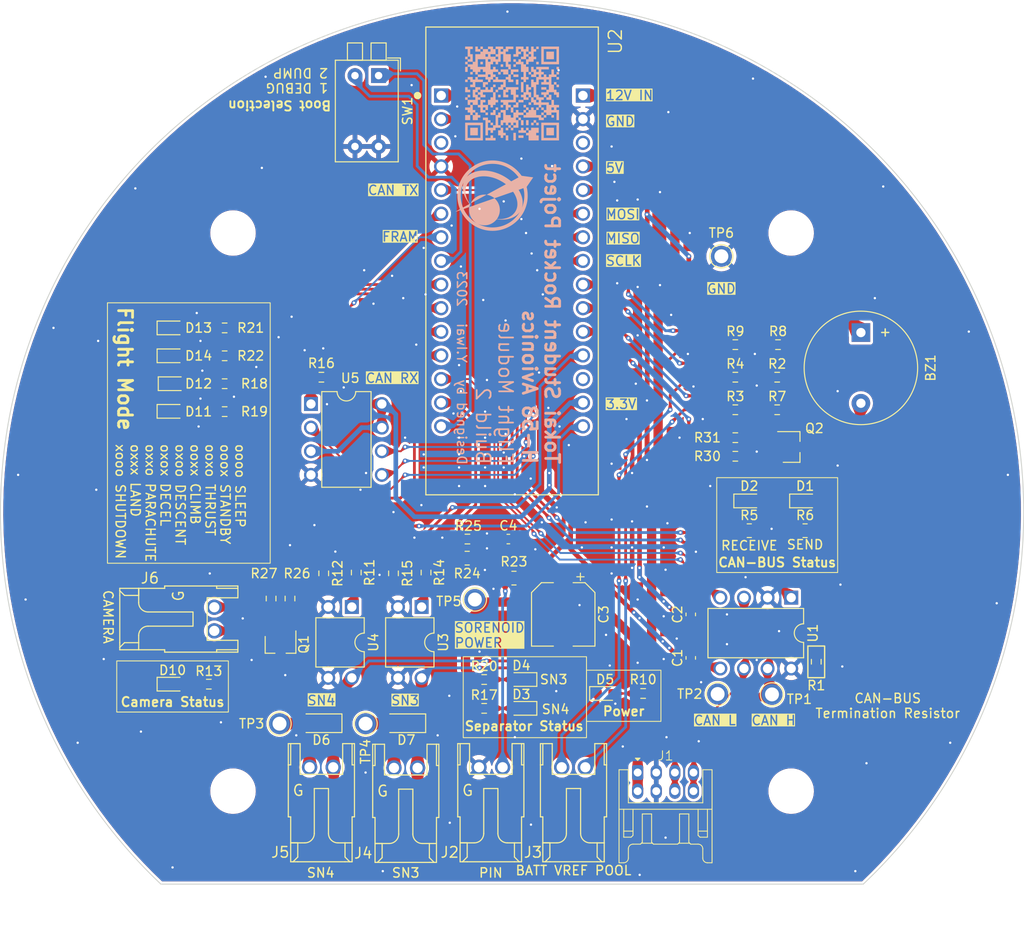
<source format=kicad_pcb>
(kicad_pcb (version 20221018) (generator pcbnew)
  (layers (0 "F.Cu" signal) (31 "B.Cu" signal) (34 "B.Paste" user) (35 "F.Paste" user) (36 "B.SilkS" user "B.Silkscreen") (37 "F.SilkS" user "F.Silkscreen") (38 "B.Mask" user) (39 "F.Mask" user) (44 "Edge.Cuts" user))
  (net 0 "")
  (net 1 "CAN_H")
  (net 2 "GND")
  (net 3 "+5V")
  (net 4 "+3.3V")
  (net 5 "CAN_L")
  (net 6 "CAN_TX")
  (net 7 "CAN_RX")
  (net 8 "Net-(C4-Pad1)")
  (net 9 "Net-(D3-K)")
  (net 10 "Net-(D4-K)")
  (net 11 "FLIGHT_PIN")
  (net 12 "SOLENOID_POWER")
  (net 13 "Net-(D5-A)")
  (net 14 "Net-(R11-Pad2)")
  (net 15 "Net-(D13-A)")
  (net 16 "Net-(D14-A)")
  (net 17 "Net-(R14-Pad2)")
  (net 18 "CONTROL_SEPARATOR_1")
  (net 19 "CONTROL_SEPARATOR_0")
  (net 20 "CONTROL_CAMERA")
  (net 21 "FLIGHT_MODE_BIT_0")
  (net 22 "FLIGHT_MODE_BIT_1")
  (net 23 "FLIGHT_MODE_BIT_2")
  (net 24 "FLIGHT_MODE_BIT_3")
  (net 25 "DEBUG_MODE")
  (net 26 "Net-(D1-A)")
  (net 27 "Net-(J2-Pin_2)")
  (net 28 "VOLTAGE_12V")
  (net 29 "VOLTAGE_VSW")
  (net 30 "VOLTAGE_BATT")
  (net 31 "DUMP_MODE")
  (net 32 "Net-(D4-A)")
  (net 33 "Net-(J3-Pin_1)")
  (net 34 "Net-(J3-Pin_2)")
  (net 35 "SPI_CS_FRAM")
  (net 36 "SPI_MISO")
  (net 37 "SPI_MOSI")
  (net 38 "SPI_SCLK")
  (net 39 "CAN_RECEIVE_STATUS")
  (net 40 "CAN_SEND_STATUS")
  (net 41 "Net-(D10-A)")
  (net 42 "Net-(D11-A)")
  (net 43 "Net-(D2-A)")
  (net 45 "Net-(D12-A)")
  (net 46 "Net-(D3-A)")
  (net 49 "Net-(J6-Pin_2)")
  (net 50 "Net-(J6-Pin_1)")
  (net 51 "Net-(Q1-B)")
  (net 52 "Net-(Q2-B)")
  (net 53 "BUZZER")
  (net 54 "Net-(BZ1-+)")
  (footprint "Hirose_Connector:Hirose_DF1B" (layer "F.Cu") (at 128 136.242)
    (fp_text reference "J5")
    (fp_text value "Conn_01x02_Pin")
  )
  (footprint "Resistor_SMD:R_0603_1608Metric_Pad0.98x0.95mm_HandSolder" (layer "F.Cu") (at 122.592 114.2945 -90)
    (fp_text reference "R27")
    (fp_text value "4.7kR")
  )
  (footprint "MountingHole:MountingHole_4.5mm" (layer "F.Cu") (at 178.5 75)
    (fp_text reference "REF**" hide)
    (fp_text value "MountingHole_4.5mm" hide)
  )
  (footprint "Diode_SMD:D_SOD-123F" (layer "F.Cu") (at 128 127.7 180)
    (fp_text reference "D6")
    (fp_text value "1N4007")
  )
  (footprint "Package_TO_SOT_SMD:SC-59_Handsoldering" (layer "F.Cu") (at 123.608 119.224 -90)
    (fp_text reference "Q1")
    (fp_text value "Q_NPN_BEC")
  )
  (footprint "Resistor_SMD:R_0603_1608Metric_Pad0.98x0.95mm_HandSolder" (layer "F.Cu") (at 172.5 94)
    (fp_text reference "R3")
    (fp_text value "4.3kR")
  )
  (footprint "Resistor_SMD:R_0603_1608Metric_Pad0.98x0.95mm_HandSolder" (layer "F.Cu") (at 162.5875 124.5 180)
    (fp_text reference "R10")
    (fp_text value "2kR")
  )
  (footprint "Package_DIP:DIP-8_W7.62mm" (layer "F.Cu") (at 178.50875 114.2 -90)
    (fp_text reference "U1")
    (fp_text value "MCP2562-E-P")
  )
  (footprint "Hirose_Connector:Hirose_DF1B" (layer "F.Cu") (at 135.8 132.5)
    (fp_text reference "J4")
    (fp_text value "Conn_01x02_Pin")
  )
  (footprint "Resistor_SMD:R_0603_1608Metric_Pad0.98x0.95mm_HandSolder" (layer "F.Cu") (at 135.75 111.5875 90)
    (fp_text reference "R15")
    (fp_text value "120R")
  )
  (footprint "Package_DIP:DIP-4_W7.62mm" (layer "F.Cu") (at 131.275 115.2 -90)
    (fp_text reference "U4")
    (fp_text value "TLP241B")
  )
  (footprint "Resistor_SMD:R_0603_1608Metric_Pad0.98x0.95mm_HandSolder" (layer "F.Cu") (at 177.0875 87)
    (fp_text reference "R8")
    (fp_text value "750R")
  )
  (footprint "LED_SMD:LED_0603_1608Metric_Pad1.05x0.95mm_HandSolder" (layer "F.Cu") (at 112 85.2)
    (fp_text reference "D13")
    (fp_text value "GREEN")
  )
  (footprint "Resistor_SMD:R_0603_1608Metric_Pad0.98x0.95mm_HandSolder" (layer "F.Cu") (at 145.5 126.1)
    (fp_text reference "R17")
    (fp_text value "2kR")
  )
  (footprint "Package_DIP:DIP-4_W7.62mm" (layer "F.Cu") (at 138.775 115.2 -90)
    (fp_text reference "U3")
    (fp_text value "TLP241B")
  )
  (footprint "Capacitor_SMD:C_0603_1608Metric_Pad1.08x0.95mm_HandSolder" (layer "F.Cu") (at 167.70875 116 90)
    (fp_text reference "C2")
    (fp_text value "0.1uF")
  )
  (footprint "LED_SMD:LED_0603_1608Metric_Pad1.05x0.95mm_HandSolder" (layer "F.Cu") (at 112 88.2)
    (fp_text reference "D14")
    (fp_text value "GREEN")
  )
  (footprint "Resistor_SMD:R_0603_1608Metric_Pad0.98x0.95mm_HandSolder" (layer "F.Cu") (at 117.6 88.2 180)
    (fp_text reference "R22")
    (fp_text value "300R")
  )
  (footprint "Resistor_SMD:R_0603_1608Metric_Pad0.98x0.95mm_HandSolder" (layer "F.Cu") (at 117.6 94.2 180)
    (fp_text reference "R19")
    (fp_text value "300R")
  )
  (footprint "Resistor_SMD:R_0603_1608Metric_Pad0.98x0.95mm_HandSolder" (layer "F.Cu") (at 117.6 85.2 180)
    (fp_text reference "R21")
    (fp_text value "300R")
  )
  (footprint "Resistor_SMD:R_0603_1608Metric_Pad0.98x0.95mm_HandSolder" (layer "F.Cu") (at 128 90.5 180)
    (fp_text reference "R16")
    (fp_text value "4.7kR")
  )
  (footprint "Resistor_SMD:R_0603_1608Metric_Pad0.98x0.95mm_HandSolder" (layer "F.Cu") (at 143.7 107.9)
    (fp_text reference "R25")
    (fp_text value "1kR")
  )
  (footprint "Resistor_SMD:R_0603_1608Metric_Pad0.98x0.95mm_HandSolder" (layer "F.Cu") (at 115.9 123.5 180)
    (fp_text reference "R13")
    (fp_text value "300R")
  )
  (footprint "Package_TO_SOT_SMD:SC-59_Handsoldering" (layer "F.Cu") (at 178.5 98)
    (fp_text reference "Q2")
    (fp_text value "Q_NPN_BEC")
  )
  (footprint "LED_SMD:LED_0603_1608Metric_Pad1.05x0.95mm_HandSolder" (layer "F.Cu") (at 112 94.17)
    (fp_text reference "D11")
    (fp_text value "GREEN")
  )
  (footprint "LED_SMD:LED_0603_1608Metric_Pad1.05x0.95mm_HandSolder" (layer "F.Cu") (at 180 103.8)
    (fp_text reference "D1")
    (fp_text value "BLUE")
  )
  (footprint "Capacitor_SMD:C_0603_1608Metric_Pad1.08x0.95mm_HandSolder" (layer "F.Cu") (at 167.709457 120.675707 90)
    (fp_text reference "C1")
    (fp_text value "0.1uF")
  )
  (footprint "Resistor_SMD:R_0805_2012Metric_Pad1.20x1.40mm_HandSolder" (layer "F.Cu") (at 180 107)
    (fp_text reference "R6")
    (fp_text value "100R")
  )
  (footprint "Hirose_Connector:Hirose_DF1B" (layer "F.Cu") (at 112.675 116.5 -90)
    (fp_text reference "J6")
    (fp_text value "Conn_01x02_Pin")
  )
  (footprint "LED_SMD:LED_0603_1608Metric_Pad1.05x0.95mm_HandSolder" (layer "F.Cu") (at 174 103.8)
    (fp_text reference "D2")
    (fp_text value "BLUE")
  )
  (footprint "Resistor_SMD:R_0603_1608Metric_Pad0.98x0.95mm_HandSolder" (layer "F.Cu") (at 181.2 121.0875 90)
    (fp_text reference "R1")
    (fp_text value "120R")
  )
  (footprint "Connector_Pin:Pin_D1.0mm_L10.0mm" (layer "F.Cu") (at 171 77.5)
    (fp_text reference "TP6")
    (fp_text value "TestPoint")
  )
  (footprint "Resistor_SMD:R_0805_2012Metric_Pad1.20x1.40mm_HandSolder" (layer "F.Cu") (at 174 107)
    (fp_text reference "R5")
    (fp_text value "100R")
  )
  (footprint "Capacitor_SMD:C_0603_1608Metric_Pad1.08x0.95mm_HandSolder" (layer "F.Cu") (at 148.1 107.9)
    (fp_text reference "C4")
    (fp_text value "0.1uF")
  )
  (footprint "MountingHole:MountingHole_4.5mm" (layer "F.Cu") (at 118.5 135)
    (fp_text reference "REF**" hide)
    (fp_text value "MountingHole_4.5mm" hide)
  )
  (footprint "Package_DIP:DIP-8_W7.62mm" (layer "F.Cu") (at 126.88 93.38)
    (fp_text reference "U5")
    (fp_text value "MB85RS2MT")
  )
  (footprint "Resistor_SMD:R_0603_1608Metric_Pad0.98x0.95mm_HandSolder" (layer "F.Cu") (at 117.6 91.2 180)
    (fp_text reference "R18")
    (fp_text value "300R")
  )
  (footprint "Resistor_SMD:R_0603_1608Metric_Pad0.98x0.95mm_HandSolder" (layer "F.Cu") (at 145.5 123)
    (fp_text reference "R20")
    (fp_text value "2kR")
  )
  (footprint "Resistor_SMD:R_0603_1608Metric_Pad0.98x0.95mm_HandSolder" (layer "F.Cu") (at 172.5 87)
    (fp_text reference "R9")
    (fp_text value "3kR")
  )
  (footprint "Resistor_SMD:R_0603_1608Metric_Pad0.98x0.95mm_HandSolder" (layer "F.Cu") (at 172.5 90.5)
    (fp_text reference "R4")
    (fp_text value "5.6kR")
  )
  (footprint "Hirose_Connector:Hirose_DF1B" (layer "F.Cu") (at 146.214 136.242)
    (fp_text reference "J2")
    (fp_text value "Conn_01x02_Pin")
  )
  (footprint "MountingHole:MountingHole_4.5mm" (layer "F.Cu") (at 178.5 135)
    (fp_text reference "e" hide)
    (fp_text value "MountingHole_4.5mm" hide)
  )
  (footprint "Resistor_SMD:R_0603_1608Metric_Pad0.98x0.95mm_HandSolder" (layer "F.Cu") (at 172.5 97)
    (fp_text reference "R31")
    (fp_text value "4.7kR")
  )
  (footprint "Resistor_SMD:R_0603_1608Metric_Pad0.98x0.95mm_HandSolder" (layer "F.Cu") (at 139.25 111.5 -90)
    (fp_text reference "R14")
    (fp_text value "120R")
  )
  (footprint "Connector_Pin:Pin_D1.0mm_L10.0mm" (layer "F.Cu") (at 123.5 127.75)
    (fp_text reference "TP3")
    (fp_text value "TestPoint")
  )
  (footprint "LED_SMD:LED_0603_1608Metric_Pad1.05x0.95mm_HandSolder" (layer "F.Cu") (at 149.5 126.1 180)
    (fp_text reference "D3")
    (fp_text value "GREEN")
  )
  (footprint "Resistor_SMD:R_0603_1608Metric_Pad0.98x0.95mm_HandSolder" (layer "F.Cu") (at 131.75 111.5 -90)
    (fp_text reference "R11")
    (fp_text value "120R")
  )
  (footprint "Resistor_SMD:R_0805_2012Metric_Pad1.20x1.40mm_HandSolder" (layer "F.Cu") (at 148.7 112.1 180)
    (fp_text reference "R23")
    (fp_text value "10kR")
  )
  (footprint "LED_SMD:LED_0603_1608Metric_Pad1.05x0.95mm_HandSolder" (layer "F.Cu") (at 112 123.5)
    (fp_text reference "D10")
    (fp_text value "RED")
  )
  (footprint "Hirose_Connector:Hirose_DF1B" (layer "F.Cu") (at 155.104 136.242)
    (fp_text reference "J3")
    (fp_text value "Conn_01x02_Pin")
  )
  (footprint "NUCLEO-F303K8:MODULE_NUCLEO-F303K8" (layer "F.Cu") (at 148.5 78)
    (fp_text reference "U2")
    (fp_text value "NUCLEO-F303K8")
  )
  (footprint "Resistor_SMD:R_0603_1608Metric_Pad0.98x0.95mm_HandSolder" (layer "F.Cu") (at 124.624 114.2945 -90)
    (fp_text reference "R26")
    (fp_text value "4.7kR")
  )
  (footprint "Button_Switch_THT:SW_DIP_SPSTx02_Piano_10.8x6.64mm_W7.62mm_P2.54mm" (layer "F.Cu") (at 134.15 58.075 -90)
    (fp_text reference "SW1")
    (fp_text value "SW_DIP_x02")
  )
  (footprint "Resistor_SMD:R_0603_1608Metric_Pad0.98x0.95mm_HandSolder" (layer "F.Cu") (at 177 90.5)
    (fp_text reference "R2")
    (fp_text value "820R")
  )
  (footprint "Connector_Pin:Pin_D1.0mm_L10.0mm" (layer "F.Cu") (at 170.598 124.558)
    (fp_text reference "TP2")
    (fp_text value "TestPoint")
  )
  (footprint "Diode_SMD:D_SOD-123F" (layer "F.Cu") (at 137 127.7 180)
    (fp_text reference "D7")
    (fp_text value "1N4007")
  )
  (footprint "Buzzer_Beeper:Buzzer_12x9.5RM7.6" (layer "F.Cu") (at 186 85.7 -90)
    (fp_text reference "BZ1")
    (fp_text value "Buzzer")
  )
  (footprint "LED_SMD:LED_0603_1608Metric_Pad1.05x0.95mm_HandSolder" (layer "F.Cu") (at 158.5 124.5)
    (fp_text reference "D5")
    (fp_text value "RED")
  )
  (footprint "MountingHole:MountingHole_4.5mm" (layer "F.Cu") (at 118.5 75)
    (fp_text reference "REF**" hide)
    (fp_text value "MountingHole_4.5mm" hide)
  )
  (footprint "Connector_Pin:Pin_D1.0mm_L10.0mm" (layer "F.Cu") (at 176.44 124.6)
    (fp_text reference "TP1")
    (fp_text value "TestPoint")
  )
  (footprint "Hirose_Connector:Hirose_DF11B-8DP-2DS" (layer "F.Cu") (at 162 133)
    (fp_text reference "J1")
    (fp_text value "Conn_01x08")
  )
  (footprint "Resistor_SMD:R_0603_1608Metric_Pad0.98x0.95mm_HandSolder" (layer "F.Cu") (at 172.5 99)
    (fp_text reference "R30")
    (fp_text value "4.7kR")
  )
  (footprint "Connector_Pin:Pin_D1.0mm_L10.0mm" (layer "F.Cu") (at 132.75 127.75)
    (fp_text reference "TP4")
    (fp_text value "TestPoint")
  )
  (footprint "Resistor_SMD:R_0603_1608Metric_Pad0.98x0.95mm_HandSolder" (layer "F.Cu") (at 177 94)
    (fp_text reference "R7")
    (fp_text value "820R")
  )
  (footprint "LED_SMD:LED_0603_1608Metric_Pad1.05x0.95mm_HandSolder" (layer "F.Cu") (at 149.5 123 180)
    (fp_text reference "D4")
    (fp_text value "GREEN")
  )
  (footprint "Connector_Pin:Pin_D1.0mm_L10.0mm" (layer "F.Cu") (at 144.5 114.4)
    (fp_text reference "TP5")
    (fp_text value "TestPoint")
  )
  (footprint "LED_SMD:LED_0603_1608Metric_Pad1.05x0.95mm_HandSolder" (layer "F.Cu") (at 112.125 91.2)
    (fp_text reference "D12")
    (fp_text value "GREEN")
  )
  (footprint "Resistor_SMD:R_0805_2012Metric_Pad1.20x1.40mm_HandSolder" (layer "F.Cu") (at 143.674 109.953 180)
    (fp_text reference "R24")
    (fp_text value "10kR")
  )
  (footprint "Resistor_SMD:R_0603_1608Metric_Pad0.98x0.95mm_HandSolder" (layer "F.Cu") (at 128.25 111.5875 90)
    (fp_text reference "R12")
    (fp_text value "120R")
  )
  (footprint "Capacitor_SMD:CP_Elec_6.3x5.9" (layer "F.Cu") (at 154 116 -90)
    (fp_text reference "C3")
    (fp_text value "47uF")
  )
  (footprint "LOGO" (layer "B.Cu") (at 148.5 60 90)
    (fp_text reference "G***" hide)
    (fp_text value "LOGO" hide)
  )
  (footprint "LOGO" (layer "B.Cu") (at 146.5 71 90)
    (fp_text reference "G***" hide)
    (fp_text value "LOGO" hide)
  )
  (gr_rect (start 156.5 122) (end 164.5 127.5) (stroke (width 0.1)) (fill none) (layer "F.SilkS"))
  (gr_rect (start 180.3 119.4) (end 182.1 122.8) (stroke (width 0.15)) (fill none) (layer "F.SilkS"))
  (gr_rect (start 105 82.5) (end 122.5 110.5) (stroke (width 0.1)) (fill none) (layer "F.SilkS"))
  (gr_rect (start 106 121) (end 118 126.5) (stroke (width 0.1)) (fill none) (layer "F.SilkS"))
  (gr_rect (start 143.25 120.55) (end 156.5 129.25) (stroke (width 0.1)) (fill none) (layer "F.SilkS"))
  (gr_rect (start 170.5 101.3) (end 183.5 111.5) (stroke (width 0.1)) (fill none) (layer "F.SilkS"))
  (gr_arc locked (start 110.75 145) (mid 148.5 49.999432) (end 186.25 145) (stroke (width 0.1)) (layer "Edge.Cuts"))
  (gr_line locked (start 186.25 145) (end 110.75 145) (stroke (width 0.1)) (layer "Edge.Cuts"))
  (gr_text "Tokai Student Rocket Poject\nH-58 Avionics" (at 149.5 100 270) (layer "B.SilkS") (effects (font (size 1.5 1.5) (thickness 0.3) bold) (justify left bottom mirror)))
  (gr_text "Designed by 　Y.Iwai 　2023" (at 142.5 100 270) (layer "B.SilkS") (effects (font (size 1 1) (thickness 0.153)) (justify left bottom mirror)))
  (gr_text "Flight Module\nBuild 2" (at 144.5 100 270) (layer "B.SilkS") (effects (font (size 1.5 1.5) (thickness 0.1875)) (justify left bottom mirror)))
  (gr_text "GND" (at 158.5 63) (layer "F.SilkS" knockout) (effects (font (size 1 1) (thickness 0.153)) (justify left)))
  (gr_text "MISO" (at 158.5 75.6) (layer "F.SilkS" knockout) (effects (font (size 1 1) (thickness 0.153)) (justify left)))
  (gr_text "SN4" (at 151.6 126.2) (layer "F.SilkS") (effects (font (size 1 1) (thickness 0.153)) (justify left)))
  (gr_text "1 DEBUG\n2 DUMP" (at 128.8 57.2 180) (layer "F.SilkS") (effects (font (size 1 1) (thickness 0.153)) (justify left bottom)))
  (gr_text "SN4" (at 128 125.25) (layer "F.SilkS" knockout) (effects (font (size 1 1) (thickness 0.153))))
  (gr_text "Boot Selection\n" (at 123.5 60.7 180) (layer "F.SilkS") (effects (font (size 1 1) (thickness 0.2) bold) (justify bottom)))
  (gr_text "SN3" (at 137.07 144.37) (layer "F.SilkS") (effects (font (size 1 1) (thickness 0.153)) (justify bottom)))
  (gr_text "SORENOID\nPOWER" (at 142.25 118.25) (layer "F.SilkS" knockout) (effects (font (size 1 1) (thickness 0.153)) (justify left)))
  (gr_text "5V" (at 158.5 68) (layer "F.SilkS" knockout) (effects (font (size 1 1) (thickness 0.153)) (justify left)))
  (gr_text "oooo SLEEP\nooox STANDBY\nooxo THRUST\nooxx CLIMB\noxoo DESCENT\noxox DECEL\noxxo PARACHUTE\noxxx LAND\nxooo SHUTDOWN" (at 105.8 97.6 270) (layer "F.SilkS") (effects (font (size 1 1) (thickness 0.153)) (justify left bottom)))
  (gr_text "CAN RX" (at 138.5 90.6) (layer "F.SilkS" knockout) (effects (font (size 1 1) (thickness 0.153)) (justify right)))
  (gr_text "SN3" (at 151.4 123) (layer "F.SilkS") (effects (font (size 1 1) (thickness 0.153)) (justify left)))
  (gr_text "CAN H" (at 174.154 127.4) (layer "F.SilkS" knockout) (effects (font (size 1 1) (thickness 0.153)) (justify left)))
  (gr_text "BATT VREF POOL" (at 155.104 144.116) (layer "F.SilkS") (effects (font (size 1 1) (thickness 0.153)) (justify bottom)))
  (gr_text "SN4" (at 127.926 144.37) (layer "F.SilkS") (effects (font (size 1 1) (thickness 0.153)) (justify bottom)))
  (gr_text "SCLK" (at 158.5 78) (layer "F.SilkS" knockout) (effects (font (size 1 1) (thickness 0.153)) (justify left)))
  (gr_text "MOSI" (at 158.5 73) (layer "F.SilkS" knockout) (effects (font (size 1 1) (thickness 0.153)) (justify left)))
  (gr_text "CAN L" (at 172.63 127.4) (layer "F.SilkS" knockout) (effects (font (size 1 1) (thickness 0.153)) (justify right)))
  (gr_text "RECEIVE" (at 174.0016 108.6068) (layer "F.SilkS") (effects (font (size 1 1) (thickness 0.153))))
  (gr_text "12V IN" (at 158.5 60.2) (layer "F.SilkS" knockout) (effects (font (size 1 1) (thickness 0.153)) (justify left)))
  (gr_text "CAN-BUS\nTermination Resistor" (at 188.886 125.828) (layer "F.SilkS") (effects (font (size 1 1) (thickness 0.153))))
  (gr_text "CAN TX" (at 138.5 70.4) (layer "F.SilkS" knockout) (effects (font (size 1 1) (thickness 0.153)) (justify right)))
  (gr_text "Separator Status" (at 149.8 128.6) (layer "F.SilkS") (effects (font (size 1 1) (thickness 0.2) bold) (justify bottom)))
  (gr_text "Camera Status" (at 112 126) (layer "F.SilkS") (effects (font (size 1 1) (thickness 0.2) bold) (justify bottom)))
  (gr_text "GND" (at 171 81) (layer "F.SilkS" knockout) (effects (font (size 1 1) (thickness 0.153))))
  (gr_text "SEND" (at 180 108.5) (layer "F.SilkS") (effects (font (size 1 1) (thickness 0.153))))
  (gr_text "CAMERA" (at 104.485 116.27 270) (layer "F.SilkS") (effects (font (size 1 1) (thickness 0.153)) (justify bottom)))
  (gr_text "Power" (at 160.5 127) (layer "F.SilkS") (effects (font (size 1 1) (thickness 0.2) bold) (justify bottom)))
  (gr_text "Flight Mode" (at 106 89.6 -90) (layer "F.SilkS") (effects (font (size 1.5 1.5) (thickness 0.3) bold) (justify bottom)))
  (gr_text "SN3" (at 137 125.25) (layer "F.SilkS" knockout) (effects (font (size 1 1) (thickness 0.153))))
  (gr_text "PIN" (at 146.214 144.37) (layer "F.SilkS") (effects (font (size 1 1) (thickness 0.153)) (justify bottom)))
  (gr_text "3.3V" (at 158.5 93.4) (layer "F.SilkS" knockout) (effects (font (size 1 1) (thickness 0.153)) (justify left)))
  (gr_text "FRAM" (at 138.5 75.4) (layer "F.SilkS" knockout) (effects (font (size 1 1) (thickness 0.153)) (justify right)))
  (gr_text "CAN-BUS Status" (at 177 111) (layer "F.SilkS") (effects (font (size 1 1) (thickness 0.2) bold) (justify bottom)))
  (segment (start 168 131.7) (end 168 133) (width 0.2) (layer "F.Cu") (net 1))
  (segment (start 175.96875 123.73125) (end 175.96875 121.82) (width 0.2) (layer "F.Cu") (net 1))
  (segment (start 180.6 122) (end 181.2 122) (width 0.2) (layer "F.Cu") (net 1))
  (segment (start 175.96875 120.83125) (end 176.6 120.2) (width 0.2) (layer "F.Cu") (net 1))
  (segment (start 168 133) (end 168 135) (width 0.2) (layer "F.Cu") (net 1))
  (segment (start 178.8 120.2) (end 180.6 122) (width 0.2) (layer "F.Cu") (net 1))
  (segment (start 175.1 124.6) (end 175.96875 123.73125) (width 0.2) (layer "F.Cu") (net 1))
  (segment (start 175.96875 121.82) (end 175.96875 120.83125) (width 0.2) (layer "F.Cu") (net 1))
  (segment (start 175.1 124.6) (end 168 131.7) (width 0.2) (layer "F.Cu") (net 1))
  (segment (start 176.6 120.2) (end 178.8 120.2) (width 0.2) (layer "F.Cu") (net 1))
  (via (at 164.8 116.2) (size 0.51) (drill 0.25) (layers "F.Cu" "B.Cu") (net 2))
  (via (at 150.6 77.2) (size 0.51) (drill 0.25) (layers "F.Cu" "B.Cu") (net 2))
  (via (at 104 86.6) (size 0.51) (drill 0.25) (layers "F.Cu" "B.Cu") (net 2))
  (via (at 150 75) (size 0.51) (drill 0.25) (layers "F.Cu" "B.Cu") (net 2))
  (via (at 158.6 118.2) (size 0.51) (drill 0.25) (layers "F.Cu" "B.Cu") (net 2))
  (via (at 96.2 114.4) (size 0.51) (drill 0.25) (layers "F.Cu" "B.Cu") (net 2))
  (via (at 163 99.4) (size 0.51) (drill 0.25) (layers "F.Cu" "B.Cu") (net 2))
  (via (at 156 108.8) (size 0.51) (drill 0.25) (layers "F.Cu" "B.Cu") (net 2))
  (via (at 149.8 99) (size 0.51) (drill 0.25) (layers "F.Cu" "B.Cu") (net 2))
  (via (at 114.8 95.8) (size 0.51) (drill 0.25) (layers "F.Cu" "B.Cu") (net 2))
  (via (at 145 72.4) (size 0.51) (drill 0.25) (layers "F.Cu" "B.Cu") (net 2))
  (via (at 135.75 105) (size 0.51) (drill 0.25) (layers "F.Cu" "B.Cu") (net 2))
  (via (at 197.6 85.6) (size 0.51) (drill 0.25) (layers "F.Cu" "B.Cu") (net 2))
  (via (at 161.4 111) (size 0.51) (drill 0.25) (layers "F.Cu" "B.Cu") (net 2))
  (via (at 145.6 102.2) (size 0.51) (drill 0.25) (layers "F.Cu" "B.Cu") (net 2))
  (via (at 151.4 90) (size 0.51) (drill 0.25) (layers "F.Cu" "B.Cu") (net 2))
  (via (at 162 71.4) (size 0.51) (drill 0.25) (layers "F.Cu" "B.Cu") (net 2))
  (via (at 138.2 87) (size 0.51) (drill 0.25) (layers "F.Cu" "B.Cu") (net 2))
  (via (at 165 140) (size 0.51) (drill 0.25) (layers "F.Cu" "B.Cu") (net 2))
  (via (at 104.6 120.8) (size 0.51) (drill 0.25) (layers "F.Cu" "B.Cu") (net 2))
  (via (at 163 104.4) (size 0.51) (drill 0.25) (layers "F.Cu" "B.Cu") (net 2))
  (via (at 153.25 124.25) (size 0.51) (drill 0.25) (layers "F.Cu" "B.Cu") (net 2))
  (via (at 159 121.5) (size 0.51) (drill 0.25) (layers "F.Cu" "B.Cu") (net 2))
  (via (at 115 86.6) (size 0.51) (drill 0.25) (layers "F.Cu" "B.Cu") (net 2))
  (via (at 165.6 83.8) (size 0.51) (drill 0.25) (layers "F.Cu" "B.Cu") (net 2))
  (via (at 138.75 104.25) (size 0.51) (drill 0.25) (layers "F.Cu" "B.Cu") (net 2))
  (via (at 162 86) (size 0.51) (drill 0.25) (layers "F.Cu" "B.Cu") (net 2))
  (via (at 121.6 68) (size 0.51) (drill 0.25) (layers "F.Cu" "B.Cu") (net 2))
  (via (at 101.8 129.8) (size 0.51) (drill 0.25) (layers "F.Cu" "B.Cu") (net 2))
  (via (at 142.8 102.2) (size 0.51) (drill 0.25) (layers "F.Cu" "B.Cu") (net 2))
  (via (at 141.8 138.4) (size 0.51) (drill 0.25) (layers "F.Cu" "B.Cu") (net 2))
  (via (at 145.6 98.8) (size 0.51) (drill 0.25) (layers "F.Cu" "B.Cu") (net 2))
  (via (at 151 109) (size 0.51) (drill 0.25) (layers "F.Cu" "B.Cu") (net 2))
  (via (at 140.5 129) (size 0.51) (drill 0.25) (layers "F.Cu" "B.Cu") (net 2))
  (via (at 132.6 79) (size 0.51) (drill 0.25) (layers "F.Cu" "B.Cu") (net 2))
  (via (at 112 143.2) (size 0.51) (drill 0.25) (layers "F.Cu" "B.Cu") (net 2))
  (via (at 142.8 97) (size 0.51) (drill 0.25) (layers "F.Cu" "B.Cu") (net 2))
  (via (at 156.4 106.1) (size 0.51) (drill 0.25) (layers "F.Cu" "B.Cu") (net 2))
  (via (at 200.6 114.8) (size 0.51) (drill 0.25) (layers "F.Cu" "B.Cu") (net 2))
  (via (at 188.4 70) (size 0.51) (drill 0.25) (layers "F.Cu" "B.Cu") (net 2))
  (via (at 159.8 80.4) (size 0.51) (drill 0.25) (layers "F.Cu" "B.Cu") (net 2))
  (via (at 185.4 143.6) (size 0.51) (drill 0.25) (layers "F.Cu" "B.Cu") (net 2))
  (via (at 145.4 82.2) (size 0.51) (drill 0.25) (layers "F.Cu" "B.Cu") (net 2))
  (via (at 143 92) (size 0.51) (drill 0.25) (layers "F.Cu" "B.Cu") (net 2))
  (via (at 152.8 67.8) (size 0.51) (drill 0.25) (layers "F.Cu" "B.Cu") (net 2))
  (via (at 139.2 81.6) (size 0.51) (drill 0.25) (layers "F.Cu" "B.Cu") (net 2))
  (via (at 115 92.8) (size 0.51) (drill 0.25) (layers "F.Cu" "B.Cu") (net 2))
  (via (at 159.8 71.5) (size 0.51) (drill 0.25) (layers "F.Cu" "B.Cu") (net 2))
  (via (at 137 97) (size 0.51) (drill 0.25) (layers "F.Cu" "B.Cu") (net 2))
  (via (at 167.4 88) (size 0.51) (drill 0.25) (layers "F.Cu" "B.Cu") (net 2))
  (via (at 153.3 104.5) (size 0.51) (drill 0.25) (layers "F.Cu" "B.Cu") (net 2))
  (via (at 169 95) (size 0.51) (drill 0.25) (layers "F.Cu" "B.Cu") (net 2))
  (via (at 145.6 100.2) (size 0.51) (drill 0.25) (layers "F.Cu" "B.Cu") (net 2))
  (via (at 147.8 84.4) (size 0.51) (drill 0.25) (layers "F.Cu" "B.Cu") (net 2))
  (via (at 148.8 129.2) (size 0.51) (drill 0.25) (layers "F.Cu" "B.Cu") (net 2))
  (via (at 142.4 64.6) (size 0.51) (drill 0.25) (layers "F.Cu" "B.Cu") (net 2))
  (via (at 132.8 100.8) (size 0.51) (drill 0.25) (layers "F.Cu" "B.Cu") (net 2))
  (via (at 141.75 124.75) (size 0.51) (drill 0.25) (layers "F.Cu" "B.Cu") (net 2))
  (via (at 154.6 97.8) (size 0.51) (drill 0.25) (layers "F.Cu" "B.Cu") (net 2))
  (via (at 161.4 100.8) (size 0.51) (drill 0.25) (layers "F.Cu" "B.Cu") (net 2))
  (via (at 165 111.2) (size 0.51) (drill 0.25) (layers "F.Cu" "B.Cu") (net 2))
  (via (at 160.8 95) (size 0.51) (drill 0.25) (layers "F.Cu" "B.Cu") (net 2))
  (via (at 201.8 101) (size 0.51) (drill 0.25) (layers "F.Cu" "B.Cu") (net 2))
  (via (at 162 114.4) (size 0.51) (drill 0.25) (layers "F.Cu" "B.Cu") (net 2))
  (via (at 168.2612 109.2672) (size 0.51) (drill 0.25) (layers "F.Cu" "B.Cu") (net 2))
  (via (at 164.4 80.6) (size 0.51) (drill 0.25) (layers "F.Cu" "B.Cu") (net 2))
  (via (at 147.6 98.6) (size 0.51) (drill 0.25) (layers "F.Cu" "B.Cu") (net 2))
  (via (at 177.2 117.8) (size 0.51) (drill 0.25) (layers "F.Cu" "B.Cu") (net 2))
  (via (at 116 111.6) (size 0.51) (drill 0.25) (layers "F.Cu" "B.Cu") (net 2))
  (via (at 135.6 79.6) (size 0.51) (drill 0.25) (layers "F.Cu" "B.Cu") (net 2))
  (via (at 151.7 106.1) (size 0.51) (drill 0.25) (layers "F.Cu" "B.Cu") (net 2))
  (via (at 145.8 90.8) (size 0.51) (drill 0.25) (layers "F.Cu" "B.Cu") (net 2))
  (via (at 132.2 102.6) (size 0.51) (drill 0.25) (layers "F.Cu" "B.Cu") (net 2))
  (via (at 130.4 91.6) (size 0.51) (drill 0.25) (layers "F.Cu" "B.Cu") (net 2))
  (via (at 121 89.4) (size 0.51) (drill 0.25) (layers "F.Cu" "B.Cu") (net 2))
  (via (at 136.8 82) (size 0.51) (drill 0.25) (layers "F.Cu" "B.Cu") (net 2))
  (via (at 187.5 82) (size 0.51) (drill 0.25) (layers "F.Cu" "B.Cu") (net 2))
  (via (at 166.5 97) (size 0.51) (drill 0.25) (layers "F.Cu" "B.Cu") (net 2))
  (via (at 168 91.5) (size 0.51) (drill 0.25) (layers "F.Cu" "B.Cu") (net 2))
  (via (at 176.4 106.8) (size 0.51) (drill 0.25) (layers "F.Cu" "B.Cu") (net 2))
  (via (at 133.6 82.6) (size 0.51) (drill 0.25) (layers "F.Cu" "B.Cu") (net 2))
  (via (at 138 107.75) (size 0.51) (drill 0.25) (layers "F.Cu" "B.Cu") (net 2))
  (via (at 184 121.6) (size 0.51) (drill 0.25) (layers "F.Cu" "B.Cu") (net 2))
  (via (at 171.6 116) (size 0.51) (drill 0.25) (layers "F.Cu" "B.Cu") (net 2))
  (via (at 171.6 119.2) (size 0.51) (drill 0.25) (layers "F.Cu" "B.Cu") (net 2))
  (via (at 119.544 116.43) (size 0.51) (drill 0.25) (layers "F.Cu" "B.Cu") (net 2))
  (via (at 162 121.2) (size 0.51) (drill 0.25) (layers "F.Cu" "B.Cu") (net 2))
  (via (at 145.6 97) (size 0.51) (drill 0.25) (layers "F.Cu" "B.Cu") (net 2))
  (via (at 153.6 95.8) (size 0.51) (drill 0.25) (layers "F.Cu" "B.Cu") (net 2))
  (via (at 129.5 109.25) (size 0.51) (drill 0.25) (layers "F.Cu" "B.Cu") (net 2))
  (via (at 174.6 88) (size 0.51) (drill 0.25) (layers "F.Cu" "B.Cu") (net 2))
  (via (at 164.8 120.8) (size 0.51) (drill 0.25) (layers "F.Cu" "B.Cu") (net 2))
  (via (at 164.8 108.8) (size 0.51) (drill 0.25) (layers "F.Cu" "B.Cu") (net 2))
  (via (at 126.2 87.6) (size 0.51) (drill 0.25) (layers "F.Cu" "B.Cu") (net 2))
  (via (at 159.2 108.8) (size 0.51) (drill 0.25) (layers "F.Cu" "B.Cu") (net 2))
  (via (at 120.5 120.9) (size 0.51) (drill 0.25) (layers "F.Cu" "B.Cu") (net 2))
  (via (at 123.4 86.2) (size 0.51) (drill 0.25) (layers "F.Cu" "B.Cu") (net 2))
  (via (at 155.75 115) (size 0.51) (drill 0.25) (layers "F.Cu" "B.Cu") (net 2))
  (via (at 128.2 87.4) (size 0.51) (drill 0.25) (layers "F.Cu" "B.Cu") (net 2))
  (via (at 143 78.6) (size 0.51) (drill 0.25) (layers "F.Cu" "B.Cu") (net 2))
  (via (at 160.4 130.2) (size 0.51) (drill 0.25) (layers "F.Cu" "B.Cu") (net 2))
  (via (at 139 100.2) (size 0.51) (drill 0.25) (layers "F.Cu" "B.Cu") (net 2))
  (via (at 162.216 144) (size 0.51) (drill 0.25) (layers "F.Cu" "B.Cu") (net 2))
  (via (at 169.8 102.2) (size 0.51) (drill 0.25) (layers "F.Cu" "B.Cu") (net 2))
  (via (at 114.6 83.6) (size 0.51) (drill 0.25) (layers "F.Cu" "B.Cu") (net 2))
  (via (at 137.7 59.1) (size 0.51) (drill 0.25) (layers "F.Cu" "B.Cu") (net 2))
  (via (at 159.2 65.7) (size 0.51) (drill 0.25) (layers "F.Cu" "B.Cu") (net 2))
  (via (at 162 80.8) (size 0.51) (drill 0.25) (layers "F.Cu" "B.Cu") (net 2))
  (via (at 149.5 73.5) (size 0.51) (drill 0.25) (layers "F.Cu" "B.Cu") (net 2))
  (via (at 173.6 112) (size 0.51) (drill 0.25) (layers "F.Cu" "B.Cu") (net 2))
  (via (at 142.8 100.2) (size 0.51) (drill 0.25) (layers "F.Cu" "B.Cu") (net 2))
  (via (at 147.6 71.6) (size 0.51) (drill 0.25) (layers "F.Cu" "B.Cu") (net 2))
  (via (at 108 70.2) (size 0.51) (drill 0.25) (layers "F.Cu" "B.Cu") (net 2))
  (via (at 125.3 129) (size 0.51) (drill 0.25) (layers "F.Cu" "B.Cu") (net 2))
  (via (at 148 51.2) (size 0.51) (drill 0.25) (layers "F.Cu" "B.Cu") (net 2))
  (via (at 183.8 112.8) (size 0.51) (drill 0.25) (layers "F.Cu" "B.Cu") (net 2))
  (via (at 142.2 94.4) (size 0.51) (drill 0.25) (layers "F.Cu" "B.Cu") (net 2))
  (via (at 149.5 67) (size 0.51) (drill 0.25) (layers "F.Cu" "B.Cu") (net 2))
  (via (at 174.4 58.4) (size 0.51) (drill 0.25) (layers "F.Cu" "B.Cu") (net 2))
  (via (at 148.8 103.1) (size 0.51) (drill 0.25) (layers "F.Cu" "B.Cu") (net 2))
  (via (at 146.5 113.25) (size 0.51) (drill 0.25) (layers "F.Cu" "B.Cu") (net 2))
  (via (at 132.75 133) (size 0.51) (drill 0.25) (layers "F.Cu" "B.Cu") (net 2))
  (via (at 183.5 100) (size 0.51) (drill 0.25) (layers "F.Cu" "B.Cu") (net 2))
  (via (at 141 107.75) (size 0.51) (drill 0.25) (layers "F.Cu" "B.Cu") (net 2))
  (via (at 151.8 81.6) (size 0.51) (drill 0.25) (layers "F.Cu" "B.Cu") (net 2))
  (via (at 145.579 111.223) (size 0.51) (drill 0.25) (layers "F.Cu" "B.Cu") (net 2))
  (via (at 117.2 127.6) (size 0.51) (drill 0.25) (layers "F.Cu" "B.Cu") (net 2))
  (via (at 167.6 75) (size 0.51) (drill 0.25) (layers "F.Cu" "B.Cu") (net 2))
  (via (at 164.4 70.6) (size 0.51) (drill 0.25) (layers "F.Cu" "B.Cu") (net 2))
  (via (at 139 76.6) (size 0.51) (drill 0.25) (layers "F.Cu" "B.Cu") (net 2))
  (via (at 161.8 91.2) (size 0.51) (drill 0.25) (layers "F.Cu" "B.Cu") (net 2))
  (via (at 124.624 108.556) (size 0.51) (drill 0.25) (layers "F.Cu" "B.Cu") (net 2))
  (via (at 103.8 102.6) (size 0.51) (drill 0.25) (layers "F.Cu" "B.Cu") (net 2))
  (via (at 195.6 129.8) (size 0.51) (drill 0.25) (layers "F.Cu" "B.Cu") (net 2))
  (via (at 127.25 106.4) (size 0.51) (drill 0.25) (layers "F.Cu" "B.Cu") (net 2))
  (via (at 166.2 118.6) (size 0.51) (drill 0.25) (layers "F.Cu" "B.Cu") (net 2))
  (via (at 124.116 122.526) (size 0.51) (drill 0.25) (layers "F.Cu" "B.Cu") (net 2))
  (via (at 174.8 120.9) (size 0.51) (drill 0.25) (layers "F.Cu" "B.Cu") (net 2))
  (via (at 124.8 84) (size 0.51) (drill 0.25) (layers "F.Cu" "B.Cu") (net 2))
  (via (at 145.8 108.9) (size 0.51) (drill 0.25) (layers "F.Cu" "B.Cu") (net 2))
  (via (at 151.2 79) (size 0.51) (drill 0.25) (layers "F.Cu" "B.Cu") (net 2))
  (via (at 152.4 93.8) (size 0.51) (drill 0.25) (layers "F.Cu" "B.Cu") (net 2))
  (via (at 186.6 132) (size 0.51) (drill 0.25) (layers "F.Cu" "B.Cu") (net 2))
  (via (at 142.8 89.2) (size 0.51) (drill 0.25) (layers "F.Cu" "B.Cu") (net 2))
  (via (at 183.5 92) (size 0.51) (drill 0.25) (layers "F.Cu" "B.Cu") (net 2))
  (via (at 150.5 101.4) (size 0.51) (drill 0.25) (layers "F.Cu" "B.Cu") (net 2))
  (via (at 134.25 111.75) (size 0.51) (drill 0.25) (layers "F.Cu" "B.Cu") (net 2))
  (via (at 159.6 125.6) (size 0.51) (drill 0.25) (layers "F.Cu" "B.Cu") (net 2))
  (via (at 159.2 105.8) (size 0.51) (drill 0.25) (layers "F.Cu" "B.Cu") (net 2))
  (via (at 165.2 106.2) (size 0.51) (drill 0.25) (layers "F.Cu" "B.Cu") (net 2))
  (via (at 115.2 89.8) (size 0.51) (drill 0.25) (layers "F.Cu" "B.Cu") (net 2))
  (via (at 99.2 85.2) (size 0.51) (drill 0.25) (layers "F.Cu" "B.Cu") (net 2))
  (via (at 174.8 98.5) (size 0.51) (drill 0.25) (layers "F.Cu" "B.Cu") (net 2))
  (via (at 153.5 57.5) (size 0.51) (drill 0.25) (layers "F.Cu" "B.Cu") (net 2))
  (via (at 134.6 143.6) (size 0.51) (drill 0.25) (layers "F.Cu" "B.Cu") (net 2))
  (via (at 159.5 69.5) (size 0.51) (drill 0.25) (layers "F.Cu" "B.Cu") (net 2))
  (via (at 142 74.2) (size 0.51) (drill 0.25) (layers "F.Cu" "B.Cu") (net 2))
  (via (at 145.6 94.2) (size 0.51) (drill 0.25) (layers "F.Cu" "B.Cu") (net 2))
  (via (at 142.8 98.8) (size 0.51) (drill 0.25) (layers "F.Cu" "B.Cu") (net 2))
  (via (at 174.8 91.4) (size 0.51) (drill 0.25) (layers "F.Cu" "B.Cu") (net 2))
  (via (at 128.6 93.4) (size 0.51) (drill 0.25) (layers "F.Cu" "B.Cu") (net 2))
  (via (at 95.4 101) (size 0.51) (drill 0.25) (layers "F.Cu" "B.Cu") (net 2))
  (via (at 161.4 108.8) (size 0.51) (drill 0.25) (layers "F.Cu" "B.Cu") (net 2))
  (via (at 145 120) (size 0.51) (drill 0.25) (layers "F.Cu" "B.Cu") (net 2))
  (via (at 163 93) (size 0.51) (drill 0.25) (layers "F.Cu" "B.Cu") (net 2))
  (via (at 161.4 106) (size 0.51) (drill 0.25) (layers "F.Cu" "B.Cu") (net 2))
  (via (at 122 58.2) (size 0.51) (drill 0.25) (layers "F.Cu" "B.Cu") (net 2))
  (via (at 118.6 92.6) (size 0.51) (drill 0.25) (layers "F.Cu" "B.Cu") (net 2))
  (via (at 108.6 128.6) (size 0.51) (drill 0.25) (layers "F.Cu" "B.Cu") (net 2))
  (via (at 147.6 100.2) (size 0.51) (drill 0.25) (layers "F.Cu" "B.Cu") (net 2))
  (via (at 139 98.8) (size 0.51) (drill 0.25) (layers "F.Cu" "B.Cu") (net 2))
  (via (at 168.82 123.288) (size 0.51) (drill 0.25) (layers "F.Cu" "B.Cu") (net 2))
  (via (at 150.532 138.6) (size 0.51) (drill 0.25) (layers "F.Cu" "B.Cu") (net 2))
  (via (at 168.566 129.638) (size 0.51) (drill 0.25) (layers "F.Cu" "B.Cu") (net 2))
  (via (at 159.2 111.6) (size 0.51) (drill 0.25) (layers "F.Cu" "B.Cu") (net 2))
  (via (at 147.8 96.6) (size 0.51) (drill 0.25) (layers "F.Cu" "B.Cu") (net 2))
  (via (at 165.3 62) (size 0.51) (drill 0.25) (layers "F.Cu" "B.Cu") (net 2))
  (via (at 142.6 61.4) (size 0.51) (drill 0.25) (layers "F.Cu" "B.Cu") (net 2))
  (via (at 165.1 129.2) (size 0.51) (drill 0.25) (layers "F.Cu" "B.Cu") (net 2))
  (via (at 159.2 99.8) (size 0.51) (drill 0.25) (layers "F.Cu" "B.Cu") (net 2))
  (via (at 145.8 107.3) (size 0.51) (drill 0.25) (layers "F.Cu" "B.Cu") (net 2))
  (segment (start 172.17125 117.0375) (end 173.42875 115.78) (width 0.5) (layer "F.Cu") (net 3))
  (segment (start 162.2 92.6) (end 162.2 111) (width 0.5) (layer "F.Cu") (net 3))
  (segment (start 163.03 70.43) (end 160.44 67.84) (width 0.5) (layer "F.Cu") (net 3))
  (segment (start 167.5 81.5) (end 170 84) (width 0.5) (layer "F.Cu") (net 3))
  (segment (start 167.5 77.5) (end 167.5 81.5) (width 0.5) (layer "F.Cu") (net 3))
  (segment (start 184.3 84) (end 186 85.7) (width 0.5) (layer "F.Cu") (net 3))
  (segment (start 170 84) (end 184.3 84) (width 0.5) (layer "F.Cu") (net 3))
  (segment (start 160.44 67.84) (end 156.12 67.84) (width 0.5) (layer "F.Cu") (net 3))
  (segment (start 167.70875 117.0375) (end 172.17125 117.0375) (width 0.5) (layer "F.Cu") (net 3))
  (segment (start 163 70.5) (end 163.03 70.53) (width 0.5) (layer "F.Cu") (net 3))
  (segment (start 163.03 70.53) (end 163.03 91.77) (width 0.5) (layer "F.Cu") (net 3))
  (segment (start 173.42875 115.78) (end 173.42875 114.2) (width 0.5) (layer "F.Cu") (net 3))
  (segment (start 163 70.5) (end 163.03 70.47) (width 0.5) (layer "F.Cu") (net 3))
  (segment (start 164.8 114.6) (end 167.2375 117.0375) (width 0.5) (layer "F.Cu") (net 3))
  (segment (start 162.2 111) (end 162.2 112) (width 0.5) (layer "F.Cu") (net 3))
  (segment (start 163.03 91.77) (end 162.2 92.6) (width 0.5) (layer "F.Cu") (net 3))
  (segment (start 163.03 70.47) (end 163.03 70.43) (width 0.5) (layer "F.Cu") (net 3))
  (via (at 162.2 112) (size 0.51) (drill 0.25) (layers "F.Cu" "B.Cu") (net 3))
  (via (at 167.5 77.5) (size 0.51) (drill 0.25) (layers "F.Cu" "B.Cu") (net 3))
  (via (at 162.2 111) (size 0.51) (drill 0.25) (layers "F.Cu" "B.Cu") (net 3))
  (via (at 163 73) (size 0.51) (drill 0.25) (layers "F.Cu" "B.Cu") (net 3))
  (via (at 164.8 114.6) (size 0.51) (drill 0.25) (layers "F.Cu" "B.Cu") (net 3))
  (via (at 165.4 115.2) (size 0.51) (drill 0.25) (layers "F.Cu" "B.Cu") (net 3))
  (segment (start 162.2 111) (end 162.2 112) (width 0.5) (layer "B.Cu") (net 3))
  (segment (start 163 73) (end 167.5 77.5) (width 0.5) (layer "B.Cu") (net 3))
  (segment (start 162.2 112) (end 165.4 115.2) (width 0.5) (layer "B.Cu") (net 3))
  (segment (start 162.2 116.4) (end 154.8 109) (width 0.5) (layer "F.Cu") (net 4))
  (segment (start 150.4 112.1) (end 154.8 107.7) (width 0.5) (layer "F.Cu") (net 4))
  (segment (start 154.8 104.8) (end 154.8 107.7) (width 0.5) (layer "F.Cu") (net 4))
  (segment (start 154.8 104.8) (end 152.5 102.5) (width 0.5) (layer "F.Cu") (net 4))
  (segment (start 128.9125 91.9125) (end 128.9125 90.5) (width 0.5) (layer "F.Cu") (net 4))
  (segment (start 130.38 93.38) (end 128.9125 91.9125) (width 0.5) (layer "F.Cu") (net 4))
  (segment (start 152.5 102.1) (end 152.5 100.8) (width 0.5) (layer "F.Cu") (net 4))
  (segment (start 149.7 112.1) (end 150.4 112.1) (width 0.5) (layer "F.Cu") (net 4))
  (segment (start 134.5 93.38) (end 134.5 95.92) (width 0.5) (layer "F.Cu") (net 4))
  (segment (start 167.70875 121.5375) (end 170.60625 121.5375) (width 0.5) (layer "F.Cu") (net 4))
  (segment (start 134.5 93.38) (end 130.38 93.38) (width 0.5) (layer "F.Cu") (net 4))
  (segment (start 152.5 102.5) (end 152.5 102.1) (width 0.5) (layer "F.Cu") (net 4))
  (segment (start 154.8 107.7) (end 154.8 109) (width 0.5) (layer "F.Cu") (net 4))
  (segment (start 164.7 118.9) (end 167.3375 121.5375) (width 0.5) (layer "F.Cu") (net 4))
  (via (at 161.6 115.8) (size 0.51) (drill 0.25) (layers "F.Cu" "B.Cu") (net 4))
  (via (at 162.2 116.4) (size 0.51) (drill 0.25) (layers "F.Cu" "B.Cu") (net 4))
  (via (at 164.7 118.9) (size 0.51) (drill 0.25) (layers "F.Cu" "B.Cu") (net 4))
  (via (at 165.4 119.6) (size 0.51) (drill 0.25) (layers "F.Cu" "B.Cu") (net 4))
  (via (at 152.5 102.1) (size 0.51) (drill 0.25) (layers "F.Cu" "B.Cu") (net 4))
  (via (at 152.5 100.8) (size 0.51) (drill 0.25) (layers "F.Cu" "B.Cu") (net 4))
  (segment (start 129.79 98.46) (end 126.88 98.46) (width 0.5) (layer "B.Cu") (net 4))
  (segment (start 164.7 118.9) (end 165.4 119.6) (width 0.5) (layer "B.Cu") (net 4))
  (segment (start 132.33 95.92) (end 129.79 98.46) (width 0.5) (layer "B.Cu") (net 4))
  (segment (start 152.5 102.5) (end 149.5 105.5) (width 0.5) (layer "B.Cu") (net 4))
  (segment (start 156.12 93.24) (end 154.76 93.24) (width 0.5) (layer "B.Cu") (net 4))
  (segment (start 152.5 95.5) (end 152.5 102.5) (width 0.5) (layer "B.Cu") (net 4))
  (segment (start 136 103.5) (end 136 94.5) (width 0.5) (layer "B.Cu") (net 4))
  (segment (start 136 94.5) (end 134.88 93.38) (width 0.5) (layer "B.Cu") (net 4))
  (segment (start 164.7 118.9) (end 162.2 116.4) (width 0.5) (layer "B.Cu") (net 4))
  (segment (start 162.2 116.4) (end 161.6 115.8) (width 0.5) (layer "B.Cu") (net 4))
  (segment (start 149.5 105.5) (end 138 105.5) (width 0.5) (layer "B.Cu") (net 4))
  (segment (start 154.76 93.24) (end 152.5 95.5) (width 0.5) (layer "B.Cu") (net 4))
  (segment (start 134.5 95.92) (end 132.33 95.92) (width 0.5) (layer "B.Cu") (net 4))
  (segment (start 138 105.5) (end 136 103.5) (width 0.5) (layer "B.Cu") (net 4))
  (segment (start 173.42875 121.82) (end 173.42875 123.07125) (width 0.2) (layer "F.Cu") (net 5))
  (segment (start 173.42875 123.07125) (end 166 130.5) (width 0.2) (layer "F.Cu") (net 5))
  (segment (start 166 135) (end 166 133) (width 0.2) (layer "F.Cu") (net 5))
  (segment (start 180.825 119.8) (end 181.2 120.175) (width 0.2) (layer "F.Cu") (net 5))
  (segment (start 166 130.5) (end 166 133) (width 0.2) (layer "F.Cu") (net 5))
  (segment (start 173.42875 120.77125) (end 174.4 119.8) (width 0.2) (layer "F.Cu") (net 5))
  (segment (start 173.42875 121.82) (end 173.42875 120.77125) (width 0.2) (layer "F.Cu") (net 5))
  (segment (start 174.4 119.8) (end 180.825 119.8) (width 0.2) (layer "F.Cu") (net 5))
  (segment (start 144.88 70.38) (end 140.88 70.38) (width 0.2) (layer "F.Cu") (net 6))
  (segment (start 147 102.7) (end 147 72.5) (width 0.2) (layer "F.Cu") (net 6))
  (segment (start 177.10875 112.8) (end 178.50875 114.2) (width 0.2) (layer "F.Cu") (net 6))
  (segment (start 166.8 109.4) (end 167.4 110) (width 0.2) (layer "F.Cu") (net 6))
  (segment (start 147 72.5) (end 144.88 70.38) (width 0.2) (layer "F.Cu") (net 6))
  (segment (start 166.6 109.4) (end 166.8 109.4) (width 0.2) (layer "F.Cu") (net 6))
  (segment (start 167.4 110.343817) (end 169.856183 112.8) (width 0.2) (layer "F.Cu") (net 6))
  (segment (start 151.6 107.3) (end 147 102.7) (width 0.2) (layer "F.Cu") (net 6))
  (segment (start 167.4 110) (end 167.4 110.343817) (width 0.2) (layer "F.Cu") (net 6))
  (segment (start 169.856183 112.8) (end 177.10875 112.8) (width 0.2) (layer "F.Cu") (net 6))
  (via (at 166.6 109.4) (size 0.51) (drill 0.25) (layers "F.Cu" "B.Cu") (net 6))
  (via (at 151.6 107.3) (size 0.51) (drill 0.25) (layers "F.Cu" "B.Cu") (net 6))
  (segment (start 151.6 107.3) (end 153.7 109.4) (width 0.2) (layer "B.Cu") (net 6))
  (segment (start 153.7 109.4) (end 166.6 109.4) (width 0.2) (layer "B.Cu") (net 6))
  (segment (start 166.6 110.109503) (end 170.690497 114.2) (width 0.2) (layer "F.Cu") (net 7))
  (segment (start 146.6 93.4) (end 143.9 90.7) (width 0.2) (layer "F.Cu") (net 7))
  (segment (start 150.857909 107.342091) (end 150.857909 107.123595) (width 0.2) (layer "F.Cu") (net 7))
  (segment (start 143.9 90.7) (end 140.88 90.7) (width 0.2) (layer "F.Cu") (net 7))
  (segment (start 146.6 102.865686) (end 146.6 93.4) (width 0.2) (layer "F.Cu") (net 7))
  (segment (start 150.857909 107.123595) (end 146.6 102.865686) (width 0.2) (layer "F.Cu") (net 7))
  (via (at 150.857909 107.342091) (size 0.51) (drill 0.25) (layers "F.Cu" "B.Cu") (net 7))
  (via (at 166.6 110.109503) (size 0.51) (drill 0.25) (layers "F.Cu" "B.Cu") (net 7))
  (segment (start 153.625321 110.109503) (end 150.857909 107.342091) (width 0.2) (layer "B.Cu") (net 7))
  (segment (start 166.6 110.109503) (end 153.625321 110.109503) (width 0.2) (layer "B.Cu") (net 7))
  (segment (start 144.6675 107.955) (end 147.0075 107.955) (width 0.2) (layer "F.Cu") (net 8))
  (segment (start 144.6125 107.9) (end 144.6125 109.8915) (width 0.2) (layer "F.Cu") (net 8))
  (segment (start 126.6 127.7) (end 131.275 123.025) (width 1) (layer "F.Cu") (net 9))
  (segment (start 151.5 122.25) (end 151.5 124.975) (width 0.3) (layer "F.Cu") (net 9))
  (segment (start 126.73 132.432) (end 126.73 127.83) (width 1) (layer "F.Cu") (net 9))
  (segment (start 123.5 127.75) (end 126.55 127.75) (width 0.3) (layer "F.Cu") (net 9))
  (segment (start 151.5 124.975) (end 150.375 126.1) (width 0.3) (layer "F.Cu") (net 9))
  (segment (start 150.25 121) (end 151.5 122.25) (width 0.3) (layer "F.Cu") (net 9))
  (segment (start 131.705 123.25) (end 131.275 122.82) (width 0.3) (layer "F.Cu") (net 9))
  (segment (start 126.73 127.83) (end 126.6 127.7) (width 1) (layer "F.Cu") (net 9))
  (segment (start 145.75 121) (end 150.25 121) (width 0.3) (layer "F.Cu") (net 9))
  (via (at 145.75 121) (size 0.51) (drill 0.25) (layers "F.Cu" "B.Cu") (net 9))
  (segment (start 133.095 121) (end 131.275 122.82) (width 0.3) (layer "B.Cu") (net 9))
  (segment (start 145.75 121) (end 133.095 121) (width 0.3) (layer "B.Cu") (net 9))
  (segment (start 135.8 127.9) (end 135.6 127.7) (width 1) (layer "F.Cu") (net 10))
  (segment (start 138.775 124.525) (end 135.6 127.7) (width 1) (layer "F.Cu") (net 10))
  (segment (start 135.8 132.5) (end 135.8 127.9) (width 1) (layer "F.Cu") (net 10))
  (segment (start 150.375 122.375) (end 150.375 123) (width 0.3) (layer "F.Cu") (net 10))
  (segment (start 149.75 121.75) (end 150.375 122.375) (width 0.3) (layer "F.Cu") (net 10))
  (segment (start 145 121.75) (end 149.75 121.75) (width 0.3) (layer "F.Cu") (net 10))
  (segment (start 138.775 122.82) (end 138.775 124.525) (width 1) (layer "F.Cu") (net 10))
  (segment (start 132.75 127.75) (end 135.55 127.75) (width 0.3) (layer "F.Cu") (net 10))
  (via (at 145 121.75) (size 0.51) (drill 0.25) (layers "F.Cu" "B.Cu") (net 10))
  (segment (start 145 121.75) (end 139.845 121.75) (width 0.3) (layer "B.Cu") (net 10))
  (segment (start 139.845 121.75) (end 138.775 122.82) (width 0.3) (layer "B.Cu") (net 10))
  (segment (start 142.7875 106.0125) (end 144.5875 104.2125) (width 0.3) (layer "F.Cu") (net 11))
  (segment (start 142.7875 107.9) (end 142.7875 106.0125) (width 0.3) (layer "F.Cu") (net 11))
  (segment (start 144.5875 95.3375) (end 142.49 93.24) (width 0.3) (layer "F.Cu") (net 11))
  (segment (start 142.49 93.24) (end 140.88 93.24) (width 0.3) (layer "F.Cu") (net 11))
  (segment (start 144.5875 104.2125) (end 144.5875 95.3375) (width 0.3) (layer "F.Cu") (net 11))
  (segment (start 162.625 61.886701) (end 163.313299 62.575) (width 1) (layer "F.Cu") (net 12))
  (segment (start 164.2 89.8) (end 167 87) (width 0.3) (layer "F.Cu") (net 12))
  (segment (start 143.5 121.9125) (end 143.5 117) (width 1) (layer "F.Cu") (net 12))
  (segment (start 154 113.3) (end 156.3 113.3) (width 1) (layer "F.Cu") (net 12))
  (segment (start 163.313299 62.575) (end 163.375 62.575) (width 1) (layer "F.Cu") (net 12))
  (segment (start 167 87) (end 171.5875 87) (width 0.3) (layer "F.Cu") (net 12))
  (segment (start 129.27 132.432) (end 129.27 127.83) (width 1) (layer "F.Cu") (net 12))
  (segment (start 163.5 129.624) (end 162 131.124) (width 1) (layer "F.Cu") (net 12))
  (segment (start 144.5875 123) (end 144.5875 126.1) (width 1) (layer "F.Cu") (net 12))
  (segment (start 164.2 105) (end 163.5 105.7) (width 1) (layer "F.Cu") (net 12))
  (segment (start 137.5 135) (end 138.34 134.16) (width 1) (layer "F.Cu") (net 12))
  (segment (start 144.5875 126.1) (end 143.6875 127) (width 1) (layer "F.Cu") (net 12))
  (segment (start 143.5 117) (end 145.825 114.675) (width 1) (layer "F.Cu") (net 12))
  (segment (start 156.12 60.22) (end 161.02 60.22) (width 1) (layer "F.Cu") (net 12))
  (segment (start 164.2 83.2) (end 164.2 105) (width 1) (layer "F.Cu") (net 12))
  (segment (start 162 131.124) (end 162 133) (width 1) (layer "F.Cu") (net 12))
  (segment (start 129.27 132.432) (end 129.27 133.77) (width 1) (layer "F.Cu") (net 12))
  (segment (start 152.625 114.675) (end 154 113.3) (width 1) (layer "F.Cu") (net 12))
  (segment (start 144.5875 123) (end 143.5 121.9125) (width 1) (layer "F.Cu") (net 12))
  (segment (start 161.02 60.22) (end 162.625 61.825) (width 1) (layer "F.Cu") (net 12))
  (segment (start 166 81.4) (end 164.2 83.2) (width 1) (layer "F.Cu") (net 12))
  (segment (start 143.6875 127) (end 139.1 127) (width 1) (layer "F.Cu") (net 12))
  (segment (start 162.625 61.825) (end 162.625 61.886701) (width 1) (layer "F.Cu") (net 12))
  (segment (start 145.825 114.675) (end 152.625 114.675) (width 1) (layer "F.Cu") (net 12))
  (segment (start 138.34 134.16) (end 138.34 132.5) (width 1) (layer "F.Cu") (net 12))
  (segment (start 129.27 133.77) (end 130.5 135) (width 1) (layer "F.Cu") (net 12))
  (segment (start 162 133) (end 162 135) (width 1) (layer "F.Cu") (net 12))
  (segment (start 166 65.2) (end 166 81.4) (width 1) (layer "F.Cu") (net 12))
  (segment (start 163.5 105.7) (end 163.5 129.624) (width 1) (layer "F.Cu") (net 12))
  (segment (start 138.34 132.5) (end 138.34 127.76) (width 1) (layer "F.Cu") (net 12))
  (segment (start 139.1 127) (end 138.4 127.7) (width 1) (layer "F.Cu") (net 12))
  (segment (start 130.5 135) (end 137.5 135) (width 1) (layer "F.Cu") (net 12))
  (segment (start 163.375 62.575) (end 166 65.2) (width 1) (layer "F.Cu") (net 12))
  (segment (start 138.34 127.76) (end 138.4 127.7) (width 1) (layer "F.Cu") (net 12))
  (segment (start 156.3 113.3) (end 163.5 120.5) (width 1) (layer "F.Cu") (net 12))
  (segment (start 129.27 127.83) (end 129.4 127.7) (width 1) (layer "F.Cu") (net 12))
  (segment (start 159.375 124.5) (end 161.675 124.5) (width 0.25) (layer "F.Cu") (net 13))
  (segment (start 131.75 112.4125) (end 131.75 114.725) (width 0.3) (layer "F.Cu") (net 14))
  (segment (start 128.25 112.5) (end 131.6625 112.5) (width 0.3) (layer "F.Cu") (net 14))
  (segment (start 112.875 85.2) (end 116.6875 85.2) (width 0.3) (layer "F.Cu") (net 15))
  (segment (start 112.875 88.2) (end 116.6875 88.2) (width 0.3) (layer "F.Cu") (net 16))
  (segment (start 135.75 112.5) (end 139.1625 112.5) (width 0.3) (layer "F.Cu") (net 17))
  (segment (start 139.25 112.4125) (end 139.25 114.725) (width 0.3) (layer "F.Cu") (net 17))
  (segment (start 139.25 110.5875) (end 139.25 107.3375) (width 0.3) (layer "F.Cu") (net 18))
  (segment (start 139.25 107.3375) (end 142.0875 104.5) (width 0.3) (layer "F.Cu") (net 18))
  (via (at 142.0875 104.5) (size 0.51) (drill 0.25) (layers "F.Cu" "B.Cu") (net 18))
  (segment (start 151.5 102) (end 151.5 91.5) (width 0.3) (layer "B.Cu") (net 18))
  (segment (start 154.84 88.16) (end 156.12 88.16) (width 0.3) (layer "B.Cu") (net 18))
  (segment (start 149 104.5) (end 151.5 102) (width 0.3) (layer "B.Cu") (net 18))
  (segment (start 142.0875 104.5) (end 149 104.5) (width 0.3) (layer "B.Cu") (net 18))
  (segment (start 151.5 91.5) (end 154.84 88.16) (width 0.3) (layer "B.Cu") (net 18))
  (segment (start 138.5 106.5) (end 135.175 106.5) (width 0.3) (layer "F.Cu") (net 19))
  (segment (start 135.175 106.5) (end 131.75 109.925) (width 0.3) (layer "F.Cu") (net 19))
  (segment (start 131.75 109.925) (end 131.75 110.5875) (width 0.3) (layer "F.Cu") (net 19))
  (via (at 138.5 106.5) (size 0.51) (drill 0.25) (layers "F.Cu" "B.Cu") (net 19))
  (segment (start 154.94 95.78) (end 156.12 95.78) (width 0.3) (layer "B.Cu") (net 19))
  (segment (start 153.5 97.22) (end 154.94 95.78) (width 0.3) (layer "B.Cu") (net 19))
  (segment (start 150 106.5) (end 153.5 103) (width 0.3) (layer "B.Cu") (net 19))
  (segment (start 153.5 103) (end 153.5 97.22) (width 0.3) (layer "B.Cu") (net 19))
  (segment (start 138.5 106.5) (end 150 106.5) (width 0.3) (layer "B.Cu") (net 19))
  (segment (start 136.5 103.5) (end 138 102) (width 0.3) (layer "F.Cu") (net 20))
  (segment (start 126 121.912) (end 126 112.366) (width 0.3) (layer "F.Cu") (net 20))
  (segment (start 139.09 88.16) (end 140.88 88.16) (width 0.3) (layer "F.Cu") (net 20))
  (segment (start 138 102) (end 138 89.25) (width 0.3) (layer "F.Cu") (net 20))
  (segment (start 116.8125 123.5) (end 124.412 123.5) (width 0.3) (layer "F.Cu") (net 20))
  (segment (start 124.984 113.382) (end 126 112.366) (width 0.3) (layer "F.Cu") (net 20))
  (segment (start 124.412 123.5) (end 126 121.912) (width 0.3) (layer "F.Cu") (net 20))
  (segment (start 138 89.25) (end 139.09 88.16) (width 0.3) (layer "F.Cu") (net 20))
  (segment (start 126 109.25) (end 131.75 103.5) (width 0.3) (layer "F.Cu") (net 20))
  (segment (start 126 112.366) (end 126 109.25) (width 0.3) (layer "F.Cu") (net 20))
  (segment (start 131.75 103.5) (end 136.5 103.5) (width 0.3) (layer "F.Cu") (net 20))
  (segment (start 124.624 113.382) (end 124.984 113.382) (width 0.3) (layer "F.Cu") (net 20))
  (segment (start 125.274696 85.2) (end 130.434696 80.04) (width 0.3) (layer "F.Cu") (net 21))
  (segment (start 133.21 80.04) (end 140.33 72.92) (width 0.3) (layer "F.Cu") (net 21))
  (segment (start 130.434696 80.04) (end 133.21 80.04) (width 0.3) (layer "F.Cu") (net 21))
  (segment (start 118.5125 85.2) (end 125.274696 85.2) (width 0.3) (layer "F.Cu") (net 21))
  (segment (start 130.641802 80.54) (end 140.88 80.54) (width 0.3) (layer "F.Cu") (net 22))
  (segment (start 122.981802 88.2) (end 130.641802 80.54) (width 0.3) (layer "F.Cu") (net 22))
  (segment (start 118.5125 88.2) (end 122.981802 88.2) (width 0.3) (layer "F.Cu") (net 22))
  (segment (start 118.5125 91.2) (end 120.688908 91.2) (width 0.3) (layer "F.Cu") (net 23))
  (segment (start 139.33 83.08) (end 140.88 83.08) (width 0.3) (layer "F.Cu") (net 23))
  (segment (start 137.29 81.04) (end 139.33 83.08) (width 0.3) (layer "F.Cu") (net 23))
  (segment (start 130.848908 81.04) (end 137.29 81.04) (width 0.3) (layer "F.Cu") (net 23))
  (segment (start 120.688908 91.2) (end 130.848908 81.04) (width 0.3) (layer "F.Cu") (net 23))
  (segment (start 118.5125 94.083514) (end 131.056014 81.54) (width 0.3) (layer "F.Cu") (net 24))
  (segment (start 135.04 81.54) (end 139.12 85.62) (width 0.3) (layer "F.Cu") (net 24))
  (segment (start 139.12 85.62) (end 140.88 85.62) (width 0.3) (layer "F.Cu") (net 24))
  (segment (start 131.056014 81.54) (end 135.04 81.54) (width 0.3) (layer "F.Cu") (net 24))
  (segment (start 140 66.5) (end 139 65.5) (width 0.3) (layer "B.Cu") (net 25))
  (segment (start 144 67.75) (end 144 94) (width 0.3) (layer "B.Cu") (net 25))
  (segment (start 140 66.5) (end 142.75 66.5) (width 0.3) (layer "B.Cu") (net 25))
  (segment (start 138.275 57.875) (end 134.55 57.875) (width 0.3) (layer "B.Cu") (net 25))
  (segment (start 142.75 66.5) (end 144 67.75) (width 0.3) (layer "B.Cu") (net 25))
  (segment (start 142.22 95.78) (end 140.88 95.78) (width 0.3) (layer "B.Cu") (net 25))
  (segment (start 139 58.6) (end 138.275 57.875) (width 0.3) (layer "B.Cu") (net 25))
  (segment (start 139 65.5) (end 139 58.6) (width 0.3) (layer "B.Cu") (net 25))
  (segment (start 144 94) (end 142.22 95.78) (width 0.3) (layer "B.Cu") (net 25))
  (segment (start 181 106.9125) (end 181 103.925) (width 0.3) (layer "F.Cu") (net 26))
  (segment (start 147.77 113.5) (end 147.77 112.17) (width 0.3) (layer "F.Cu") (net 27))
  (segment (start 144.821 112.1) (end 142.674 109.953) (width 0.3) (layer "F.Cu") (net 27))
  (segment (start 147.7 112.1) (end 144.821 112.1) (width 0.3) (layer "F.Cu") (net 27))
  (via (at 147.77 113.5) (size 0.51) (drill 0.25) (layers "F.Cu" "B.Cu") (net 27))
  (segment (start 147.484 114.398) (end 147.484 132.432) (width 0.3) (layer "B.Cu") (net 27))
  (segment (start 147.77 113.5) (end 147.77 114.112) (width 0.3) (layer "B.Cu") (net 27))
  (segment (start 147.77 114.112) (end 147.484 114.398) (width 0.3) (layer "B.Cu") (net 27))
  (segment (start 161 81.6) (end 161 71) (width 0.3) (layer "F.Cu") (net 28))
  (segment (start 174.5 85.5) (end 175 86) (width 0.3) (layer "F.Cu") (net 28))
  (segment (start 174.5 87) (end 176.175 87) (width 0.3) (layer "F.Cu") (net 28))
  (segment (start 160.38 70.38) (end 156.12 70.38) (width 0.3) (layer "F.Cu") (net 28))
  (segment (start 161 71) (end 160.38 70.38) (width 0.3) (layer "F.Cu") (net 28))
  (segment (start 165.8 85.5) (end 174.5 85.5) (width 0.3) (layer "F.Cu") (net 28))
  (segment (start 175 86) (end 175 86.5) (width 0.3) (layer "F.Cu") (net 28))
  (segment (start 175 86.5) (end 174.5 87) (width 0.3) (layer "F.Cu") (net 28))
  (segment (start 173.4125 87) (end 174.5 87) (width 0.3) (layer "F.Cu") (net 28))
  (via (at 165.8 85.5) (size 0.51) (drill 0.25) (layers "F.Cu" "B.Cu") (net 28))
  (via (at 161 81.6) (size 0.51) (drill 0.25) (layers "F.Cu" "B.Cu") (net 28))
  (segment (start 165.8 85.5) (end 165 85.5) (width 0.3) (layer "B.Cu") (net 28))
  (segment (start 165 85.5) (end 161.1 81.6) (width 0.3) (layer "B.Cu") (net 28))
  (segment (start 161.1 81.6) (end 161 81.6) (width 0.3) (layer "B.Cu") (net 28))
  (segment (start 175 89.5) (end 175 90) (width 0.3) (layer "F.Cu") (net 29))
  (segment (start 173.4125 90.5) (end 174.5 90.5) (width 0.3) (layer "F.Cu") (net 29))
  (segment (start 175 90) (end 174.5 90.5) (width 0.3) (layer "F.Cu") (net 29))
  (segment (start 174.5 89) (end 175 89.5) (width 0.3) (layer "F.Cu") (net 29))
  (segment (start 174.5 90.5) (end 176.0875 90.5) (width 0.3) (layer "F.Cu") (net 29))
  (segment (start 158.04 80.54) (end 156.12 80.54) (width 0.3) (layer "F.Cu") (net 29))
  (segment (start 160.95 83.45) (end 158.04 80.54) (width 0.3) (layer "F.Cu") (net 29))
  (segment (start 166.5 89) (end 174.5 89) (width 0.3) (layer "F.Cu") (net 29))
  (via (at 166.5 89) (size 0.51) (drill 0.25) (layers "F.Cu" "B.Cu") (net 29))
  (via (at 160.95 83.45) (size 0.51) (drill 0.25) (layers "F.Cu" "B.Cu") (net 29))
  (segment (start 160.95 83.45) (end 166.5 89) (width 0.3) (layer "B.Cu") (net 29))
  (segment (start 175 93) (end 175 93.5) (width 0.3) (layer "F.Cu") (net 30))
  (segment (start 157.78 83.08) (end 156.12 83.08) (width 0.3) (layer "F.Cu") (net 30))
  (segment (start 175 93.5) (end 174.5 94) (width 0.3) (layer "F.Cu") (net 30))
  (segment (start 161 86.3) (end 157.78 83.08) (width 0.3) (layer "F.Cu") (net 30))
  (segment (start 174.5 94) (end 176.0875 94) (width 0.3) (layer "F.Cu") (net 30))
  (segment (start 174.5 92.5) (end 175 93) (width 0.3) (layer "F.Cu") (net 30))
  (segment (start 167.2 92.5) (end 174.5 92.5) (width 0.3) (layer "F.Cu") (net 30))
  (segment (start 173.4125 94) (end 174.5 94) (width 0.3) (layer "F.Cu") (net 30))
  (via (at 161 86.3) (size 0.51) (drill 0.25) (layers "F.Cu" "B.Cu") (net 30))
  (via (at 167.2 92.5) (size 0.51) (drill 0.25) (layers "F.Cu" "B.Cu") (net 30))
  (segment (start 161 86.3) (end 167.2 92.5) (width 0.3) (layer "B.Cu") (net 30))
  (segment (start 138.3 67.8) (end 138.3 61.2) (width 0.3) (layer "B.Cu") (net 31))
  (segment (start 143 77) (end 143 70) (width 0.3) (layer "B.Cu") (net 31))
  (segment (start 132.01 59.11) (end 132.01 57.875) (width 0.3) (layer "B.Cu") (net 31))
  (segment (start 140.88 78) (end 142 78) (width 0.3) (layer "B.Cu") (net 31))
  (segment (start 143 70) (end 142 69) (width 0.3) (layer "B.Cu") (net 31))
  (segment (start 133.2 60.3) (end 132.01 59.11) (width 0.3) (layer "B.Cu") (net 31))
  (segment (start 142 69) (end 139.5 69) (width 0.3) (layer "B.Cu") (net 31))
  (segment (start 138.3 61.2) (end 137.4 60.3) (width 0.3) (layer "B.Cu") (net 31))
  (segment (start 139.5 69) (end 138.3 67.8) (width 0.3) (layer "B.Cu") (net 31))
  (segment (start 142 78) (end 143 77) (width 0.3) (layer "B.Cu") (net 31))
  (segment (start 137.4 60.3) (end 133.2 60.3) (width 0.3) (layer "B.Cu") (net 31))
  (segment (start 146.4125 123) (end 148.625 123) (width 0.3) (layer "F.Cu") (net 32))
  (segment (start 165.7 95.3) (end 167 94) (width 0.3) (layer "F.Cu") (net 33))
  (segment (start 167 94) (end 171.5875 94) (width 0.3) (layer "F.Cu") (net 33))
  (segment (start 160 101) (end 160 112.4) (width 0.3) (layer "F.Cu") (net 33))
  (via (at 160 112.4) (size 0.51) (drill 0.25) (layers "F.Cu" "B.Cu") (net 33))
  (via (at 165.7 95.3) (size 0.51) (drill 0.25) (layers "F.Cu" "B.Cu") (net 33))
  (via (at 160 101) (size 0.51) (drill 0.25) (layers "F.Cu" "B.Cu") (net 33))
  (segment (start 153.834 128.966) (end 153.834 132.432) (width 0.3) (layer "B.Cu") (net 33))
  (segment (start 160 112.4) (end 160 122.8) (width 0.3) (layer "B.Cu") (net 33))
  (segment (start 160 122.8) (end 153.834 128.966) (width 0.3) (layer "B.Cu") (net 33))
  (segment (start 160 101) (end 165.7 95.3) (width 0.3) (layer "B.Cu") (net 33))
  (segment (start 167.4444 90.5) (end 171.5875 90.5) (width 0.3) (layer "F.Cu") (net 34))
  (segment (start 165.5 94) (end 165.5 92.4444) (width 0.3) (layer "F.Cu") (net 34))
  (segment (start 165.5 92.4444) (end 167.4444 90.5) (width 0.3) (layer "F.Cu") (net 34))
  (segment (start 160.709503 98.790497) (end 160.709503 112.4) (width 0.3) (layer "F.Cu") (net 34))
  (via (at 165.5 94) (size 0.51) (drill 0.25) (layers "F.Cu" "B.Cu") (net 34))
  (via (at 160.709503 98.790497) (size 0.51) (drill 0.25) (layers "F.Cu" "B.Cu") (net 34))
  (via (at 160.709503 112.4) (size 0.51) (drill 0.25) (layers "F.Cu" "B.Cu") (net 34))
  (segment (start 160.709503 112.4) (end 160.709503 128.096497) (width 0.3) (layer "B.Cu") (net 34))
  (segment (start 160.709503 128.096497) (end 156.374 132.432) (width 0.3) (layer "B.Cu") (net 34))
  (segment (start 160.709503 98.790497) (end 165.5 94) (width 0.3) (layer "B.Cu") (net 34))
  (segment (start 126.88 93.38) (end 126.88 90.7075) (width 0.2) (layer "F.Cu") (net 35))
  (segment (start 127.0875 90.5) (end 127.0875 86.9125) (width 0.2) (layer "F.Cu") (net 35))
  (segment (start 127.0875 86.9125) (end 131.5 82.5) (width 0.2) (layer "F.Cu") (net 35))
  (via (at 131.5 82.5) (size 0.51) (drill 0.25) (layers "F.Cu" "B.Cu") (net 35))
  (segment (start 138.54 75.46) (end 140.88 75.46) (width 0.2) (layer "B.Cu") (net 35))
  (segment (start 131.5 82.5) (end 138.54 75.46) (width 0.2) (layer "B.Cu") (net 35))
  (segment (start 150 78.96) (end 153.5 75.46) (width 0.2) (layer "F.Cu") (net 36))
  (segment (start 126.88 95.92) (end 133.46 102.5) (width 0.2) (layer "F.Cu") (net 36))
  (segment (start 150 95.5) (end 150 78.96) (width 0.2) (layer "F.Cu") (net 36))
  (segment (start 133.46 102.5) (end 135.5 102.5) (width 0.2) (layer "F.Cu") (net 36))
  (segment (start 135.5 102.5) (end 137 101) (width 0.2) (layer "F.Cu") (net 36))
  (segment (start 150.7755 96.2755) (end 150 95.5) (width 0.2) (layer "F.Cu") (net 36))
  (segment (start 153.5 75.46) (end 156.12 75.46) (width 0.2) (layer "F.Cu") (net 36))
  (segment (start 150.7755 99) (end 150.7755 96.2755) (width 0.2) (layer "F.Cu") (net 36))
  (via (at 137 101) (size 0.51) (drill 0.25) (layers "F.Cu" "B.Cu") (net 36))
  (via (at 150.7755 99) (size 0.51) (drill 0.25) (layers "F.Cu" "B.Cu") (net 36))
  (segment (start 148.7755 101) (end 137 101) (width 0.2) (layer "B.Cu") (net 36))
  (segment (start 150.7755 99) (end 148.7755 101) (width 0.2) (layer "B.Cu") (net 36))
  (segment (start 150 97.5) (end 150 97) (width 0.2) (layer "F.Cu") (net 37))
  (segment (start 153.58 72.92) (end 156.12 72.92) (width 0.2) (layer "F.Cu") (net 37))
  (segment (start 150 97) (end 149.5 96.5) (width 0.2) (layer "F.Cu") (net 37))
  (segment (start 137 99.5) (end 135.5 101) (width 0.2) (layer "F.Cu") (net 37))
  (segment (start 135.5 101) (end 134.5 101) (width 0.2) (layer "F.Cu") (net 37))
  (segment (start 149.5 96.5) (end 149.5 77) (width 0.2) (layer "F.Cu") (net 37))
  (segment (start 149.5 77) (end 153.58 72.92) (width 0.2) (layer "F.Cu") (net 37))
  (via (at 137 99.5) (size 0.51) (drill 0.25) (layers "F.Cu" "B.Cu") (net 37))
  (via (at 150 97.5) (size 0.51) (drill 0.25) (layers "F.Cu" "B.Cu") (net 37))
  (segment (start 150 98) (end 148.5 99.5) (width 0.2) (layer "B.Cu") (net 37))
  (segment (start 150 97.5) (end 150 98) (width 0.2) (layer "B.Cu") (net 37))
  (segment (start 148.5 99.5) (end 137 99.5) (width 0.2) (layer "B.Cu") (net 37))
  (segment (start 150.5 81) (end 153.5 78) (width 0.2) (layer "F.Cu") (net 38))
  (segment (start 150.5 93.4745) (end 150.5 81) (width 0.2) (layer "F.Cu") (net 38))
  (segment (start 150.7755 94.5) (end 150.7755 93.75) (width 0.2) (layer "F.Cu") (net 38))
  (segment (start 153.5 78) (end 156.12 78) (width 0.2) (layer "F.Cu") (net 38))
  (segment (start 150.7755 93.75) (end 150.5 93.4745) (width 0.2) (layer "F.Cu") (net 38))
  (segment (start 137 98) (end 136.54 98.46) (width 0.2) (layer "F.Cu") (net 38))
  (segment (start 136.54 98.46) (end 134.5 98.46) (width 0.2) (layer "F.Cu") (net 38))
  (via (at 137 98) (size 0.51) (drill 0.25) (layers "F.Cu" "B.Cu") (net 38))
  (via (at 150.7755 94.5) (size 0.51) (drill 0.25) (layers "F.Cu" "B.Cu") (net 38))
  (segment (start 150.7755 94.5) (end 150.7755 94.7245) (width 0.2) (layer "B.Cu") (net 38))
  (segment (start 150.7755 94.7245) (end 147.5 98) (width 0.2) (layer "B.Cu") (net 38))
  (segment (start 147.5 98) (end 137 98) (width 0.2) (layer "B.Cu") (net 38))
  (segment (start 150.5 66) (end 144.72 60.22) (width 0.3) (layer "F.Cu") (net 39))
  (segment (start 150.5 73.6444) (end 150.5 66) (width 0.3) (layer "F.Cu") (net 39))
  (segment (start 149.05 101.35) (end 149.05 75.0944) (width 0.3) (layer "F.Cu") (net 39))
  (segment (start 153.3 105.6) (end 149.05 101.35) (width 0.3) (layer "F.Cu") (net 39))
  (segment (start 144.72 60.22) (end 140.88 60.22) (width 0.3) (layer "F.Cu") (net 39))
  (segment (start 149.05 75.0944) (end 150.5 73.6444) (width 0.3) (layer "F.Cu") (net 39))
  (segment (start 166.6 107.2) (end 172.8875 107.2) (width 0.3) (layer "F.Cu") (net 39))
  (via (at 166.6 107.2) (size 0.51) (drill 0.25) (layers "F.Cu" "B.Cu") (net 39))
  (via (at 153.3 105.6) (size 0.51) (drill 0.25) (layers "F.Cu" "B.Cu") (net 39))
  (segment (start 153.3 105.6) (end 154.9 107.2) (width 0.3) (layer "B.Cu") (net 39))
  (segment (start 154.9 107.2) (end 166.6 107.2) (width 0.3) (layer "B.Cu") (net 39))
  (segment (start 148.5 66.5) (end 144.76 62.76) (width 0.3) (layer "F.Cu") (net 40))
  (segment (start 166.8512 108.2512) (end 176.7488 108.2512) (width 0.3) (layer "F.Cu") (net 40))
  (segment (start 152.472553 105.627447) (end 152.472553 105.572553) (width 0.3) (layer "F.Cu") (net 40))
  (segment (start 148.5 101.6) (end 148.5 66.5) (width 0.3) (layer "F.Cu") (net 40))
  (segment (start 144.76 62.76) (end 140.88 62.76) (width 0.3) (layer "F.Cu") (net 40))
  (segment (start 152.472553 105.572553) (end 148.5 101.6) (width 0.3) (layer "F.Cu") (net 40))
  (segment (start 178 107) (end 179.0875 107) (width 0.3) (layer "F.Cu") (net 40))
  (segment (start 166.6 108) (end 166.8512 108.2512) (width 0.3) (layer "F.Cu") (net 40))
  (segment (start 176.7488 108.2512) (end 178 107) (width 0.3) (layer "F.Cu") (net 40))
  (via (at 166.6 108) (size 0.51) (drill 0.25) (layers "F.Cu" "B.Cu") (net 40))
  (via (at 152.472553 105.627447) (size 0.51) (drill 0.25) (layers "F.Cu" "B.Cu") (net 40))
  (segment (start 154.845106 108) (end 166.6 108) (width 0.3) (layer "B.Cu") (net 40))
  (segment (start 152.472553 105.627447) (end 154.845106 108) (width 0.3) (layer "B.Cu") (net 40))
  (segment (start 114.9875 123.5) (end 112.875 123.5) (width 0.3) (layer "F.Cu") (net 41))
  (segment (start 112.875 94.17) (end 116.6575 94.17) (width 0.3) (layer "F.Cu") (net 42))
  (segment (start 174.9125 106.9125) (end 174.9125 103.8375) (width 0.3) (layer "F.Cu") (net 43))
  (segment (start 113 91.2) (end 116.6875 91.2) (width 0.3) (layer "F.Cu") (net 45))
  (segment (start 146.5125 126.1) (end 148.525 126.1) (width 0.3) (layer "F.Cu") (net 46))
  (segment (start 119.106 117.77) (end 122.21 120.874) (width 0.3) (layer "F.Cu") (net 49))
  (segment (start 116.485 117.77) (end 119.106 117.77) (width 0.3) (layer "F.Cu") (net 49))
  (segment (start 122.21 120.874) (end 123.608 120.874) (width 0.3) (layer "F.Cu") (net 49))
  (segment (start 120.744 115.23) (end 122.658 117.144) (width 0.3) (layer "F.Cu") (net 50))
  (segment (start 116.485 115.23) (end 120.744 115.23) (width 0.3) (layer "F.Cu") (net 50))
  (segment (start 122.592 113.382) (end 120.744 115.23) (width 0.3) (layer "F.Cu") (net 50))
  (segment (start 122.592 115.207) (end 124.624 115.207) (width 0.3) (layer "F.Cu") (net 51))
  (segment (start 124.558 117.574) (end 124.558 115.273) (width 0.3) (layer "F.Cu") (net 51))
  (segment (start 173.4125 99) (end 173.4125 97) (width 0.3) (layer "F.Cu") (net 52))
  (segment (start 176.85 97.05) (end 173.4625 97.05) (width 0.3) (layer "F.Cu") (net 52))
  (segment (start 161.5 89) (end 158.12 85.62) (width 0.3) (layer "F.Cu") (net 53))
  (segment (start 167.5 96) (end 170.5 99) (width 0.3) (layer "F.Cu") (net 53))
  (segment (start 167.5 95) (end 167.5 96) (width 0.3) (layer "F.Cu") (net 53))
  (segment (start 158.12 85.62) (end 156.12 85.62) (width 0.3) (layer "F.Cu") (net 53))
  (segment (start 170.5 99) (end 171.5875 99) (width 0.3) (layer "F.Cu") (net 53))
  (via (at 167.5 95) (size 0.51) (drill 0.25) (layers "F.Cu" "B.Cu") (net 53))
  (via (at 161.5 89) (size 0.51) (drill 0.25) (layers "F.Cu" "B.Cu") (net 53))
  (segment (start 167.5 95) (end 161.5 89) (width 0.3) (layer "B.Cu") (net 53))
  (segment (start 183 98) (end 180.15 98) (width 0.5) (layer "F.Cu") (net 54))
  (segment (start 180.4144 97.7356) (end 180.15 98) (width 0.3) (layer "F.Cu") (net 54))
  (segment (start 186 93.3) (end 186 95) (width 0.5) (layer "F.Cu") (net 54))
  (segment (start 186 95) (end 183 98) (width 0.5) (layer "F.Cu") (net 54))
  (zone (net 0) (net_name "") (layer "F.Cu") (connect_pads (clearance 0)) (min_thickness 0.25)
    (keepout (tracks allowed) (vias allowed) (pads allowed) (copperpour not_allowed) (footprints allowed))
    (fill (thermal_gap 0.5) (thermal_bridge_width 0.5))
    (polygon (pts (xy 166.7372 115.414) (xy 166.3308 115.414) (xy 166.3816 115.4648) (xy 166.788 115.4648)))
  )
  (zone (net 0) (net_name "") (layer "F.Cu") (connect_pads (clearance 0)) (min_thickness 0.127)
    (keepout (tracks allowed) (vias allowed) (pads allowed) (copperpour not_allowed) (footprints allowed))
    (fill (thermal_gap 0.5) (thermal_bridge_width 0.5))
    (polygon (pts (xy 166.6 91.4) (xy 167.2 92) (xy 167 92.2) (xy 166.4 91.6)))
  )
  (zone (net 0) (net_name "") (layer "F.Cu") (connect_pads (clearance 0)) (min_thickness 0.25)
    (keepout (tracks allowed) (vias allowed) (pads allowed) (copperpour not_allowed) (footprints allowed))
    (fill (thermal_gap 0.5) (thermal_bridge_width 0.5))
    (polygon (pts (xy 181.9 120.7) (xy 181.9 121.5) (xy 181.8 121.4) (xy 181.8 120.8)))
  )
  (zone (net 0) (net_name "") (layer "F.Cu") (connect_pads (clearance 0)) (min_thickness 0.25)
    (keepout (tracks allowed) (vias allowed) (pads allowed) (copperpour not_allowed) (footprints allowed))
    (fill (thermal_gap 0.5) (thermal_bridge_width 0.5))
    (polygon (pts (xy 141.7 107) (xy 142.4 107) (xy 142.4 106.9) (xy 141.9 106.9)))
  )
  (zone (net 0) (net_name "") (layer "F.Cu") (connect_pads (clearance 0)) (min_thickness 0.25)
    (keepout (tracks allowed) (vias allowed) (pads allowed) (copperpour not_allowed) (footprints allowed))
    (fill (thermal_gap 0.5) (thermal_bridge_width 0.5))
    (polygon (pts (xy 122.846 112.62) (xy 124.37 112.62) (xy 124.37 112.874) (xy 122.846 112.874)))
  )
  (zone (net 0) (net_name "") (layer "F.Cu") (connect_pads (clearance 0)) (min_thickness 0.127)
    (keepout (tracks allowed) (vias allowed) (pads allowed) (copperpour not_allowed) (footprints allowed))
    (fill (thermal_gap 0.5) (thermal_bridge_width 0.5))
    (polygon (pts (xy 172 94.6) (xy 173 94.6) (xy 173 94.4) (xy 172 94.4)))
  )
  (zone (net 0) (net_name "") (layer "F.Cu") (connect_pads (clearance 0)) (min_thickness 0.127)
    (keepout (tracks allowed) (vias allowed) (pads allowed) (copperpour not_allowed) (footprints allowed))
    (fill (thermal_gap 0.5) (thermal_bridge_width 0.5))
    (polygon (pts (xy 126.4 86.6) (xy 126.8 87) (xy 126.8 86.8) (xy 126.6 86.6)))
  )
  (zone (net 0) (net_name "") (layer "F.Cu") (connect_pads (clearance 0)) (min_thickness 0.25)
    (keepout (tracks allowed) (vias allowed) (pads allowed) (copperpour not_allowed) (footprints allowed))
    (fill (thermal_gap 0.5) (thermal_bridge_width 0.5))
    (polygon (pts (xy 148.1 111.4) (xy 149.2 111.4) (xy 149.1 111.5) (xy 148.2 111.5)))
  )
  (zone (net 0) (net_name "") (layer "F.Cu") (connect_pads (clearance 0)) (min_thickness 0.127)
    (keepout (tracks allowed) (vias allowed) (pads allowed) (copperpour not_allowed) (footprints allowed))
    (fill (thermal_gap 0.5) (thermal_bridge_width 0.5))
    (polygon (pts (xy 172.2 87.6) (xy 172.8 87.6) (xy 172.8 87.4) (xy 172.2 87.4)))
  )
  (zone (net 0) (net_name "") (layer "F.Cu") (connect_pads (clearance 0)) (min_thickness 0.127)
    (keepout (tracks allowed) (vias allowed) (pads allowed) (copperpour not_allowed) (footprints allowed))
    (fill (thermal_gap 0.5) (thermal_bridge_width 0.5))
    (polygon (pts (xy 133 102.4) (xy 133 103.2) (xy 133.2 103.2) (xy 133.2 102.6)))
  )
  (zone (net 0) (net_name "") (layer "F.Cu") (connect_pads (clearance 0)) (min_thickness 0.25)
    (keepout (tracks allowed) (vias allowed) (pads allowed) (copperpour not_allowed) (footprints allowed))
    (fill (thermal_gap 0.5) (thermal_bridge_width 0.5))
    (polygon (pts (xy 145 126.75) (xy 146 126.75) (xy 146 126.5) (xy 145.25 126.5)))
  )
  (zone (net 0) (net_name "") (layer "F.Cu") (connect_pads (clearance 0)) (min_thickness 0.127)
    (keepout (tracks allowed) (vias allowed) (pads allowed) (copperpour not_allowed) (footprints allowed))
    (fill (thermal_gap 0.5) (thermal_bridge_width 0.5))
    (polygon (pts (xy 158 112.6) (xy 157.2 113.2) (xy 157.4 113.2) (xy 158 112.8)))
  )
  (zone (net 0) (net_name "") (layer "F.Cu") (connect_pads (clearance 0)) (min_thickness 0.25)
    (keepout (tracks allowed) (vias allowed) (pads allowed) (copperpour not_allowed) (footprints allowed))
    (fill (thermal_gap 0.5) (thermal_bridge_width 0.5))
    (polygon (pts (xy 127.2 133.2) (xy 128.7 133.2) (xy 128.5 133.1) (xy 127.3 133.1)))
  )
  (zone (net 0) (net_name "") (layer "F.Cu") (connect_pads (clearance 0)) (min_thickness 0.127)
    (keepout (tracks allowed) (vias allowed) (pads allowed) (copperpour not_allowed) (footprints allowed))
    (fill (thermal_gap 0.5) (thermal_bridge_width 0.5))
    (polygon (pts (xy 172 91.2) (xy 173 91.2) (xy 173 91) (xy 172 91)))
  )
  (zone (net 0) (net_name "") (layer "F.Cu") (connect_pads (clearance 0)) (min_thickness 0.25)
    (keepout (tracks allowed) (vias allowed) (pads allowed) (copperpour not_allowed) (footprints allowed))
    (fill (thermal_gap 0.5) (thermal_bridge_width 0.5))
    (polygon (pts (xy 135 133) (xy 135 134.25) (xy 135.25 134.25) (xy 135.25 133.25)))
  )
  (zone (net 0) (net_name "") (layer "F.Cu") (connect_pads (clearance 0)) (min_thickness 0.127)
    (keepout (tracks allowed) (vias allowed) (pads allowed) (copperpour not_allowed) (footprints allowed))
    (fill (thermal_gap 0.5) (thermal_bridge_width 0.5))
    (polygon (pts (xy 165 84.6) (xy 165.6 85.2) (xy 165.4 85.2) (xy 165 84.8)))
  )
  (zone (net 0) (net_name "") (layer "F.Cu") (connect_pads (clearance 0)) (min_thickness 0.25)
    (keepout (tracks allowed) (vias allowed) (pads allowed) (copperpour not_allowed) (footprints allowed))
    (fill (thermal_gap 0.5) (thermal_bridge_width 0.5))
    (polygon (pts (xy 122.846 118.716) (xy 125.64 118.716) (xy 125.64 118.462) (xy 122.846 118.462)))
  )
  (zone (net 2) (net_name "GND") (layers "F&B.Cu") (connect_pads (clearance 0.3)) (min_thickness 0.127) (fill yes (thermal_gap 0.5) (thermal_bridge_width 0.5))
    (polygon (pts (arc (start 186.25 145) (mid 148.5 49.999432) (end 110.75 145))))
  )
  (zone (net 0) (net_name "") (layers "F&B.Cu") (connect_pads (clearance 0)) (min_thickness 0.127)
    (keepout (tracks allowed) (vias allowed) (pads allowed) (copperpour not_allowed) (footprints allowed))
    (fill (thermal_gap 0.5) (thermal_bridge_width 0.5))
    (polygon (pts (xy 133.6 99) (xy 133.6 100.4) (xy 133.8 100.4) (xy 133.8 99.2)))
  )
  (zone (net 0) (net_name "") (layer "B.Cu") (connect_pads (clearance 0)) (min_thickness 0.127)
    (keepout (tracks allowed) (vias allowed) (pads allowed) (copperpour not_allowed) (footprints allowed))
    (fill (thermal_gap 0.5) (thermal_bridge_width 0.5))
    (polygon (pts (xy 138.6 98.4) (xy 138.6 100.6) (xy 138.4 100.6) (xy 138.4 98.4)))
  )
  (zone (net 0) (net_name "") (layer "B.Cu") (connect_pads (clearance 0)) (min_thickness 0.25)
    (keepout (tracks allowed) (vias allowed) (pads allowed) (copperpour not_allowed) (footprints allowed))
    (fill (thermal_gap 0.5) (thermal_bridge_width 0.5))
    (polygon (pts (xy 151.5 105.5) (xy 152 105.8) (xy 152.4 105.1) (xy 152.2 104.8)))
  )
)
</source>
